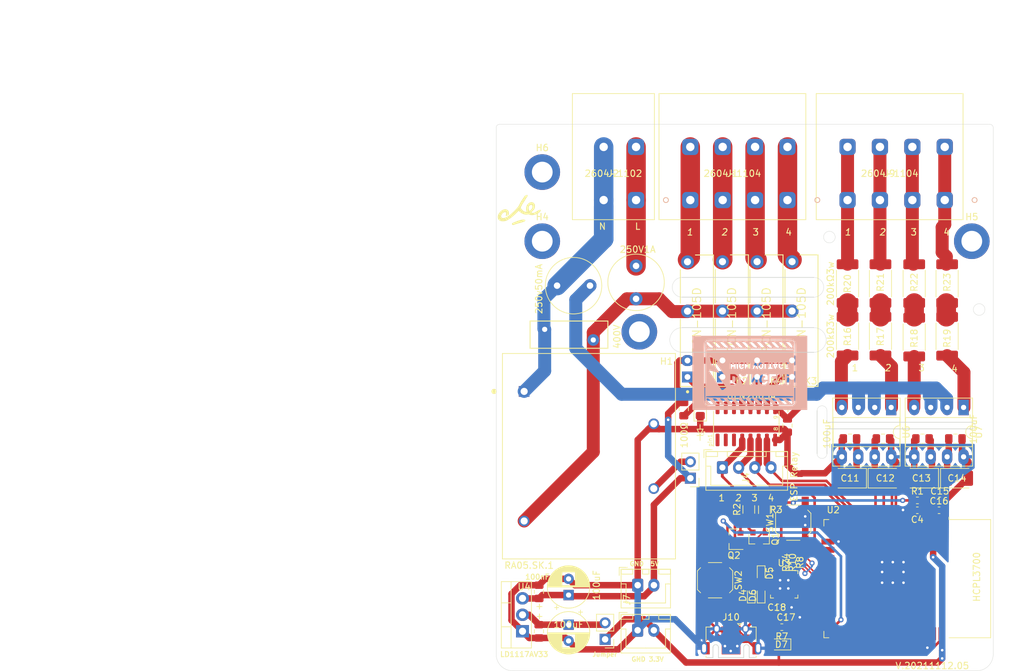
<source format=kicad_pcb>
(kicad_pcb (version 20171130) (host pcbnew "(5.1.12)-1")
  (layers (0 F.Cu signal) (31 B.Cu signal) (34 B.Paste user hide) (35 F.Paste user hide) (36 B.SilkS user) (37 F.SilkS user hide) (38 B.Mask user hide) (39 F.Mask user) (44 Edge.Cuts user))
  (net 0 "")
  (net 1 "220VAC(L)")
  (net 2 "220VAC(N)")
  (net 3 5V+)
  (net 4 3.3V+)
  (net 5 Sens4)
  (net 6 Sens3)
  (net 7 Sens2)
  (net 8 Sens1)
  (net 9 REO4)
  (net 10 REO3)
  (net 11 REO2)
  (net 12 REO1)
  (net 13 "GND(5V)")
  (net 14 REI1)
  (net 15 REI2)
  (net 16 REI3)
  (net 17 REI4)
  (net 18 EspSens1)
  (net 19 EspSens2)
  (net 20 EspSens3)
  (net 21 EspSens4)
  (net 22 EspRel1)
  (net 23 EspRel2)
  (net 24 EspRel3)
  (net 25 EspRel4)
  (net 26 "Net-(100uF_2-Pad1)")
  (net 27 "Net-(R16-Pad2)")
  (net 28 L_IN)
  (net 29 N_IN)
  (net 30 "Net-(D2-Pad2)")
  (net 31 "Net-(J8-Pad2)")
  (net 32 "Net-(R16-Pad1)")
  (net 33 "Net-(R17-Pad2)")
  (net 34 "Net-(R17-Pad1)")
  (net 35 "Net-(R18-Pad2)")
  (net 36 "Net-(R18-Pad1)")
  (net 37 "Net-(R19-Pad2)")
  (net 38 "Net-(R19-Pad1)")
  (net 39 "Net-(H5-Pad1)")
  (net 40 EN)
  (net 41 VDD5V)
  (net 42 D+)
  (net 43 D-)
  (net 44 "Net-(Q1-Pad2)")
  (net 45 RTS)
  (net 46 IO0)
  (net 47 "Net-(Q2-Pad2)")
  (net 48 DTR)
  (net 49 "Net-(R7-Pad1)")
  (net 50 "Net-(R8-Pad2)")
  (net 51 "Net-(R10-Pad2)")
  (net 52 RXD0)
  (net 53 "Net-(R24-Pad2)")
  (net 54 TXD0)
  (net 55 "Net-(D4-Pad2)")
  (module Connector_JST:JST_XH_B4B-XH-A_1x04_P2.50mm_Vertical (layer F.Cu) (at 160.0765 120.3325)
    (fp_text reference J4 (at 3.6322 1.6256 270) (layer F.SilkS))
    (fp_text value "ESP Relays")
    (pad 4 thru_hole oval (at 7.5 0) (size 1.7 1.95) (drill 0.95) (layers *.Cu *.Mask) (net 22 EspRel1))
    (pad 3 thru_hole oval (at 5 0) (size 1.7 1.95) (drill 0.95) (layers *.Cu *.Mask) (net 23 EspRel2))
    (pad 2 thru_hole oval (at 2.5 0) (size 1.7 1.95) (drill 0.95) (layers *.Cu *.Mask) (net 24 EspRel3))
    (pad 1 thru_hole roundrect (at 0 0) (size 1.7 1.95) (drill 0.95) (layers *.Cu *.Mask) (roundrect_rratio 0.147059) (net 25 EspRel4))
  )
  (module Resistor_SMD:R_0603_1608Metric_Pad1.05x0.95mm_HandSolder (layer F.Cu) (at 169.2415 144.9705 180)
    (fp_text reference R7 (at 0 -1.43) (layer F.SilkS))
    (fp_text value 10kΩ)
    (pad 2 smd roundrect (at 0.875 0 180) (size 1.05 0.95) (layers F.Cu F.Paste F.Mask) (net 4 3.3V+))
    (pad 1 smd roundrect (at -0.875 0 180) (size 1.05 0.95) (layers F.Cu F.Paste F.Mask) (net 49 "Net-(R7-Pad1)"))
  )
  (module Diode_SMD:D_SOD-323 (layer F.Cu) (at 169.1345 147.6375 180)
    (fp_text reference D7 (at -0.034 0) (layer F.SilkS))
    (fp_text value BAT60A)
    (pad 2 smd rect (at 1.05 0 180) (size 0.6 0.45) (layers F.Cu F.Paste F.Mask) (net 55 "Net-(D4-Pad2)"))
    (pad 1 smd rect (at -1.05 0 180) (size 0.6 0.45) (layers F.Cu F.Paste F.Mask) (net 41 VDD5V))
  )
  (module Resistor_SMD:R_0201_0603Metric (layer F.Cu) (at 168.8465 134.9985 270)
    (fp_text reference R24 (at 0 -1.05 90) (layer F.SilkS))
    (fp_text value 1kΩ)
    (pad 2 smd roundrect (at 0.32 0 270) (size 0.46 0.4) (layers F.Cu F.Mask) (net 53 "Net-(R24-Pad2)"))
    (pad 1 smd roundrect (at -0.32 0 270) (size 0.46 0.4) (layers F.Cu F.Mask) (net 48 DTR))
  )
  (module Resistor_SMD:R_0201_0603Metric (layer F.Cu) (at 169.8625 134.9985 270)
    (fp_text reference R10 (at 0 -1.05 90) (layer F.SilkS))
    (fp_text value 1kΩ)
    (pad 2 smd roundrect (at 0.32 0 270) (size 0.46 0.4) (layers F.Cu F.Mask) (net 51 "Net-(R10-Pad2)"))
    (pad 1 smd roundrect (at -0.32 0 270) (size 0.46 0.4) (layers F.Cu F.Mask) (net 52 RXD0))
  )
  (module Resistor_SMD:R_0201_0603Metric (layer F.Cu) (at 171.0055 135.0035 270)
    (fp_text reference R8 (at 0 -1.05 90) (layer F.SilkS))
    (fp_text value 1kΩ)
    (pad 2 smd roundrect (at 0.32 0 270) (size 0.46 0.4) (layers F.Cu F.Mask) (net 50 "Net-(R8-Pad2)"))
    (pad 1 smd roundrect (at -0.32 0 270) (size 0.46 0.4) (layers F.Cu F.Mask) (net 45 RTS))
  )
  (module Resistor_SMD:R_0603_1608Metric_Pad1.05x0.95mm_HandSolder (layer F.Cu) (at 190.1685 125.4125)
    (fp_text reference R1 (at 0 -1.43) (layer F.SilkS))
    (fp_text value 10kΩ)
    (pad 2 smd roundrect (at 0.875 0) (size 1.05 0.95) (layers F.Cu F.Paste F.Mask) (net 4 3.3V+))
    (pad 1 smd roundrect (at -0.875 0) (size 1.05 0.95) (layers F.Cu F.Paste F.Mask) (net 40 EN))
  )
  (module Capacitor_SMD:C_0603_1608Metric_Pad1.08x0.95mm_HandSolder (layer F.Cu) (at 168.5925 141.9225)
    (fp_text reference C18 (at -0.127 0) (layer F.SilkS))
    (fp_text value 100nF)
    (pad 2 smd roundrect (at 0.8625 0) (size 1.075 0.95) (layers F.Cu F.Paste F.Mask) (net 13 "GND(5V)"))
    (pad 1 smd roundrect (at -0.8625 0) (size 1.075 0.95) (layers F.Cu F.Paste F.Mask) (net 4 3.3V+))
  )
  (module Capacitor_SMD:C_0603_1608Metric_Pad1.08x0.95mm_HandSolder (layer F.Cu) (at 169.889 143.4465)
    (fp_text reference C17 (at 0 0) (layer F.SilkS))
    (fp_text value 100nF)
    (pad 2 smd roundrect (at 0.8625 0) (size 1.075 0.95) (layers F.Cu F.Paste F.Mask) (net 13 "GND(5V)"))
    (pad 1 smd roundrect (at -0.8625 0) (size 1.075 0.95) (layers F.Cu F.Paste F.Mask) (net 41 VDD5V))
  )
  (module Capacitor_SMD:C_0603_1608Metric_Pad1.08x0.95mm_HandSolder (layer F.Cu) (at 193.511 126.9365)
    (fp_text reference C16 (at 0 -1.43) (layer F.SilkS))
    (fp_text value 100nF)
    (pad 2 smd roundrect (at 0.8625 0) (size 1.075 0.95) (layers F.Cu F.Paste F.Mask) (net 13 "GND(5V)"))
    (pad 1 smd roundrect (at -0.8625 0) (size 1.075 0.95) (layers F.Cu F.Paste F.Mask) (net 4 3.3V+))
  )
  (module Capacitor_SMD:C_0603_1608Metric_Pad1.08x0.95mm_HandSolder (layer F.Cu) (at 193.6115 125.4125)
    (fp_text reference C15 (at 0 -1.43) (layer F.SilkS))
    (fp_text value 22uF)
    (pad 2 smd roundrect (at 0.8625 0) (size 1.075 0.95) (layers F.Cu F.Paste F.Mask) (net 13 "GND(5V)"))
    (pad 1 smd roundrect (at -0.8625 0) (size 1.075 0.95) (layers F.Cu F.Paste F.Mask) (net 4 3.3V+))
  )
  (module Capacitor_Tantalum_SMD:CP_EIA-3528-21_Kemet-B_Pad1.50x2.35mm_HandSolder (layer F.Cu) (at 196.3795 121.9835)
    (fp_text reference C14 (at -0.101 0) (layer F.SilkS))
    (fp_text value 22uF)
    (pad 2 smd roundrect (at 1.625 0) (size 1.5 2.35) (layers F.Cu F.Paste F.Mask) (roundrect_rratio 0.166667) (net 13 "GND(5V)"))
    (pad 1 smd roundrect (at -1.625 0) (size 1.5 2.35) (layers F.Cu F.Paste F.Mask) (roundrect_rratio 0.166667) (net 21 EspSens4))
  )
  (module Capacitor_Tantalum_SMD:CP_EIA-3528-21_Kemet-B_Pad1.50x2.35mm_HandSolder (layer F.Cu) (at 190.7915 121.9835 180)
    (fp_text reference C13 (at 0 0) (layer F.SilkS))
    (fp_text value 22uF)
    (pad 2 smd roundrect (at 1.625 0 180) (size 1.5 2.35) (layers F.Cu F.Paste F.Mask) (roundrect_rratio 0.166667) (net 13 "GND(5V)"))
    (pad 1 smd roundrect (at -1.625 0 180) (size 1.5 2.35) (layers F.Cu F.Paste F.Mask) (roundrect_rratio 0.166667) (net 20 EspSens3))
  )
  (module Capacitor_Tantalum_SMD:CP_EIA-3528-21_Kemet-B_Pad1.50x2.35mm_HandSolder (layer F.Cu) (at 185.2035 121.9835)
    (fp_text reference C12 (at 0 0) (layer F.SilkS))
    (fp_text value 22uF)
    (pad 2 smd roundrect (at 1.625 0) (size 1.5 2.35) (layers F.Cu F.Paste F.Mask) (roundrect_rratio 0.166667) (net 13 "GND(5V)"))
    (pad 1 smd roundrect (at -1.625 0) (size 1.5 2.35) (layers F.Cu F.Paste F.Mask) (roundrect_rratio 0.166667) (net 19 EspSens2))
  )
  (module Capacitor_Tantalum_SMD:CP_EIA-3528-21_Kemet-B_Pad1.50x2.35mm_HandSolder (layer F.Cu) (at 179.6675 121.9835 180)
    (fp_text reference C11 (at -0.101 0) (layer F.SilkS))
    (fp_text value 22uF)
    (pad 2 smd roundrect (at 1.625 0 180) (size 1.5 2.35) (layers F.Cu F.Paste F.Mask) (roundrect_rratio 0.166667) (net 13 "GND(5V)"))
    (pad 1 smd roundrect (at -1.625 0 180) (size 1.5 2.35) (layers F.Cu F.Paste F.Mask) (roundrect_rratio 0.166667) (net 18 EspSens1))
  )
  (module Capacitor_SMD:C_0603_1608Metric_Pad1.08x0.95mm_HandSolder (layer F.Cu) (at 190.156 126.9365 180)
    (fp_text reference C4 (at 0 -1.43) (layer F.SilkS))
    (fp_text value 100nF)
    (pad 2 smd roundrect (at 0.8625 0 180) (size 1.075 0.95) (layers F.Cu F.Paste F.Mask) (net 13 "GND(5V)"))
    (pad 1 smd roundrect (at -0.8625 0 180) (size 1.075 0.95) (layers F.Cu F.Paste F.Mask) (net 40 EN))
  )
  (module Diode_SMD:D_SOD-523 (layer F.Cu) (at 166.0525 140.0825 90)
    (fp_text reference D6 (at 0 -1.3 90) (layer F.SilkS))
    (fp_text value D_TVS)
    (pad 1 smd rect (at -0.7 0 270) (size 0.6 0.7) (layers F.Cu F.Paste F.Mask) (net 13 "GND(5V)"))
    (pad 2 smd rect (at 0.7 0 270) (size 0.6 0.7) (layers F.Cu F.Paste F.Mask) (net 43 D-))
  )
  (module Diode_SMD:D_SOD-523 (layer F.Cu) (at 166.0525 136.6535 270)
    (fp_text reference D5 (at 0 -1.3 90) (layer F.SilkS))
    (fp_text value D_TVS)
    (pad 1 smd rect (at -0.7 0 90) (size 0.6 0.7) (layers F.Cu F.Paste F.Mask) (net 13 "GND(5V)"))
    (pad 2 smd rect (at 0.7 0 90) (size 0.6 0.7) (layers F.Cu F.Paste F.Mask) (net 42 D+))
  )
  (module Diode_SMD:D_SOD-523 (layer F.Cu) (at 164.5285 140.0795 90)
    (fp_text reference D4 (at 0 -1.3 90) (layer F.SilkS))
    (fp_text value D_TVS)
    (pad 1 smd rect (at -0.7 0 270) (size 0.6 0.7) (layers F.Cu F.Paste F.Mask) (net 13 "GND(5V)"))
    (pad 2 smd rect (at 0.7 0 270) (size 0.6 0.7) (layers F.Cu F.Paste F.Mask) (net 55 "Net-(D4-Pad2)"))
  )
  (module Package_TO_SOT_SMD:SOT-23 (layer F.Cu) (at 161.8615 131.3975 180)
    (fp_text reference Q2 (at 0 -2.5) (layer F.SilkS))
    (fp_text value 2N2219)
    (pad 3 smd rect (at 1 0 180) (size 0.9 0.8) (layers F.Cu F.Paste F.Mask) (net 46 IO0))
    (pad 2 smd rect (at -1 0.95 180) (size 0.9 0.8) (layers F.Cu F.Paste F.Mask) (net 47 "Net-(Q2-Pad2)"))
    (pad 1 smd rect (at -1 -0.95 180) (size 0.9 0.8) (layers F.Cu F.Paste F.Mask) (net 48 DTR))
  )
  (module Package_TO_SOT_SMD:SOT-23 (layer F.Cu) (at 165.7375 131.3655 270)
    (fp_text reference Q1 (at 0 -2.5 90) (layer F.SilkS))
    (fp_text value 2N2219)
    (pad 3 smd rect (at 1 0 270) (size 0.9 0.8) (layers F.Cu F.Paste F.Mask) (net 40 EN))
    (pad 2 smd rect (at -1 0.95 270) (size 0.9 0.8) (layers F.Cu F.Paste F.Mask) (net 44 "Net-(Q1-Pad2)"))
    (pad 1 smd rect (at -1 -0.95 270) (size 0.9 0.8) (layers F.Cu F.Paste F.Mask) (net 45 RTS))
  )
  (module RF_Module:ESP32-WROOM-32 (layer F.Cu) (at 185.6105 137.4865 270)
    (fp_text reference U2 (at -10.61 8.43) (layer F.SilkS))
    (fp_text value ESP32-WROOM-32D)
    (pad 38 smd rect (at 8.5 -8.255 270) (size 2 0.9) (layers F.Cu F.Paste F.Mask) (net 13 "GND(5V)"))
    (pad 37 smd rect (at 8.5 -6.985 270) (size 2 0.9) (layers F.Cu F.Paste F.Mask))
    (pad 36 smd rect (at 8.5 -5.715 270) (size 2 0.9) (layers F.Cu F.Paste F.Mask))
    (pad 35 smd rect (at 8.5 -4.445 270) (size 2 0.9) (layers F.Cu F.Paste F.Mask) (net 54 TXD0))
    (pad 34 smd rect (at 8.5 -3.175 270) (size 2 0.9) (layers F.Cu F.Paste F.Mask) (net 52 RXD0))
    (pad 33 smd rect (at 8.5 -1.905 270) (size 2 0.9) (layers F.Cu F.Paste F.Mask))
    (pad 32 smd rect (at 8.5 -0.635 270) (size 2 0.9) (layers F.Cu F.Paste F.Mask))
    (pad 31 smd rect (at 8.5 0.635 270) (size 2 0.9) (layers F.Cu F.Paste F.Mask))
    (pad 30 smd rect (at 8.5 1.905 270) (size 2 0.9) (layers F.Cu F.Paste F.Mask))
    (pad 29 smd rect (at 8.5 3.175 270) (size 2 0.9) (layers F.Cu F.Paste F.Mask))
    (pad 28 smd rect (at 8.5 4.445 270) (size 2 0.9) (layers F.Cu F.Paste F.Mask))
    (pad 27 smd rect (at 8.5 5.715 270) (size 2 0.9) (layers F.Cu F.Paste F.Mask))
    (pad 26 smd rect (at 8.5 6.985 270) (size 2 0.9) (layers F.Cu F.Paste F.Mask))
    (pad 25 smd rect (at 8.5 8.255 270) (size 2 0.9) (layers F.Cu F.Paste F.Mask) (net 46 IO0))
    (pad 24 smd rect (at 5.715 9.255) (size 2 0.9) (layers F.Cu F.Paste F.Mask))
    (pad 23 smd rect (at 4.445 9.255) (size 2 0.9) (layers F.Cu F.Paste F.Mask))
    (pad 22 smd rect (at 3.175 9.255) (size 2 0.9) (layers F.Cu F.Paste F.Mask))
    (pad 21 smd rect (at 1.905 9.255) (size 2 0.9) (layers F.Cu F.Paste F.Mask))
    (pad 20 smd rect (at 0.635 9.255) (size 2 0.9) (layers F.Cu F.Paste F.Mask))
    (pad 19 smd rect (at -0.635 9.255) (size 2 0.9) (layers F.Cu F.Paste F.Mask))
    (pad 18 smd rect (at -1.905 9.255) (size 2 0.9) (layers F.Cu F.Paste F.Mask))
    (pad 17 smd rect (at -3.175 9.255) (size 2 0.9) (layers F.Cu F.Paste F.Mask))
    (pad 16 smd rect (at -4.445 9.255) (size 2 0.9) (layers F.Cu F.Paste F.Mask) (net 25 EspRel4))
    (pad 15 smd rect (at -5.715 9.255) (size 2 0.9) (layers F.Cu F.Paste F.Mask) (net 13 "GND(5V)"))
    (pad 14 smd rect (at -8.5 8.255 270) (size 2 0.9) (layers F.Cu F.Paste F.Mask))
    (pad 13 smd rect (at -8.5 6.985 270) (size 2 0.9) (layers F.Cu F.Paste F.Mask))
    (pad 12 smd rect (at -8.5 5.715 270) (size 2 0.9) (layers F.Cu F.Paste F.Mask) (net 24 EspRel3))
    (pad 11 smd rect (at -8.5 4.445 270) (size 2 0.9) (layers F.Cu F.Paste F.Mask) (net 23 EspRel2))
    (pad 10 smd rect (at -8.5 3.175 270) (size 2 0.9) (layers F.Cu F.Paste F.Mask) (net 22 EspRel1))
    (pad 9 smd rect (at -8.5 1.905 270) (size 2 0.9) (layers F.Cu F.Paste F.Mask) (net 18 EspSens1))
    (pad 8 smd rect (at -8.5 0.635 270) (size 2 0.9) (layers F.Cu F.Paste F.Mask) (net 19 EspSens2))
    (pad 7 smd rect (at -8.5 -0.635 270) (size 2 0.9) (layers F.Cu F.Paste F.Mask) (net 20 EspSens3))
    (pad 6 smd rect (at -8.5 -1.905 270) (size 2 0.9) (layers F.Cu F.Paste F.Mask) (net 21 EspSens4))
    (pad 5 smd rect (at -8.5 -3.175 270) (size 2 0.9) (layers F.Cu F.Paste F.Mask))
    (pad 4 smd rect (at -8.5 -4.445 270) (size 2 0.9) (layers F.Cu F.Paste F.Mask))
    (pad 3 smd rect (at -8.5 -5.715 270) (size 2 0.9) (layers F.Cu F.Paste F.Mask) (net 40 EN))
    (pad 2 smd rect (at -8.5 -6.985 270) (size 2 0.9) (layers F.Cu F.Paste F.Mask) (net 4 3.3V+))
    (pad 1 smd rect (at -8.5 -8.255 270) (size 2 0.9) (layers F.Cu F.Paste F.Mask) (net 13 "GND(5V)"))
    (pad 39 smd rect (at -1 -0.755 270) (size 5 5) (layers F.Cu F.Paste F.Mask) (net 13 "GND(5V)"))
  )
  (module Package_DFN_QFN:QFN-24-1EP_4x4mm_P0.5mm_EP2.6x2.6mm (layer F.Cu) (at 169.6085 138.3665)
    (fp_text reference U3 (at 0 -3.3) (layer F.SilkS))
    (fp_text value CP2102N-A01-GQFN24)
    (pad 25 smd rect (at 0 0) (size 2.6 2.6) (layers F.Cu F.Mask) (net 13 "GND(5V)"))
    (pad 24 smd roundrect (at -1.25 -1.9375) (size 0.25 0.825) (layers F.Cu F.Paste F.Mask))
    (pad 23 smd roundrect (at -0.75 -1.9375) (size 0.25 0.825) (layers F.Cu F.Paste F.Mask) (net 53 "Net-(R24-Pad2)"))
    (pad 22 smd roundrect (at -0.25 -1.9375) (size 0.25 0.825) (layers F.Cu F.Paste F.Mask))
    (pad 21 smd roundrect (at 0.25 -1.9375) (size 0.25 0.825) (layers F.Cu F.Paste F.Mask) (net 51 "Net-(R10-Pad2)"))
    (pad 20 smd roundrect (at 0.75 -1.9375) (size 0.25 0.825) (layers F.Cu F.Paste F.Mask) (net 54 TXD0))
    (pad 19 smd roundrect (at 1.25 -1.9375) (size 0.25 0.825) (layers F.Cu F.Paste F.Mask) (net 50 "Net-(R8-Pad2)"))
    (pad 18 smd roundrect (at 1.9375 -1.25) (size 0.825 0.25) (layers F.Cu F.Paste F.Mask))
    (pad 17 smd roundrect (at 1.9375 -0.75) (size 0.825 0.25) (layers F.Cu F.Paste F.Mask))
    (pad 16 smd roundrect (at 1.9375 -0.25) (size 0.825 0.25) (layers F.Cu F.Paste F.Mask))
    (pad 15 smd roundrect (at 1.9375 0.25) (size 0.825 0.25) (layers F.Cu F.Paste F.Mask))
    (pad 14 smd roundrect (at 1.9375 0.75) (size 0.825 0.25) (layers F.Cu F.Paste F.Mask))
    (pad 13 smd roundrect (at 1.9375 1.25) (size 0.825 0.25) (layers F.Cu F.Paste F.Mask))
    (pad 12 smd roundrect (at 1.25 1.9375) (size 0.25 0.825) (layers F.Cu F.Paste F.Mask))
    (pad 11 smd roundrect (at 0.75 1.9375) (size 0.25 0.825) (layers F.Cu F.Paste F.Mask))
    (pad 10 smd roundrect (at 0.25 1.9375) (size 0.25 0.825) (layers F.Cu F.Paste F.Mask))
    (pad 9 smd roundrect (at -0.25 1.9375) (size 0.25 0.825) (layers F.Cu F.Paste F.Mask) (net 49 "Net-(R7-Pad1)"))
    (pad 8 smd roundrect (at -0.75 1.9375) (size 0.25 0.825) (layers F.Cu F.Paste F.Mask) (net 41 VDD5V))
    (pad 7 smd roundrect (at -1.25 1.9375) (size 0.25 0.825) (layers F.Cu F.Paste F.Mask) (net 4 3.3V+))
    (pad 6 smd roundrect (at -1.9375 1.25) (size 0.825 0.25) (layers F.Cu F.Paste F.Mask) (net 4 3.3V+))
    (pad 5 smd roundrect (at -1.9375 0.75) (size 0.825 0.25) (layers F.Cu F.Paste F.Mask) (net 4 3.3V+))
    (pad 4 smd roundrect (at -1.9375 0.25) (size 0.825 0.25) (layers F.Cu F.Paste F.Mask) (net 43 D-))
    (pad 3 smd roundrect (at -1.9375 -0.25) (size 0.825 0.25) (layers F.Cu F.Paste F.Mask) (net 42 D+))
    (pad 2 smd roundrect (at -1.9375 -0.75) (size 0.825 0.25) (layers F.Cu F.Paste F.Mask) (net 13 "GND(5V)"))
    (pad 1 smd roundrect (at -1.9375 -1.25) (size 0.825 0.25) (layers F.Cu F.Paste F.Mask))
  )
  (module Button_Switch_SMD:SW_SPST_SKQG_WithStem (layer F.Cu) (at 158.9405 137.7315 270)
    (fp_text reference SW2 (at 0 -3.6 90) (layer F.SilkS))
    (fp_text value IO0-Switch)
    (pad 2 smd rect (at 3.1 1.85 270) (size 1.8 1.1) (layers F.Cu F.Paste F.Mask) (net 13 "GND(5V)"))
    (pad 2 smd rect (at -3.1 1.85 270) (size 1.8 1.1) (layers F.Cu F.Paste F.Mask) (net 13 "GND(5V)"))
    (pad 1 smd rect (at 3.1 -1.85 270) (size 1.8 1.1) (layers F.Cu F.Paste F.Mask) (net 46 IO0))
    (pad 1 smd rect (at -3.1 -1.85 270) (size 1.8 1.1) (layers F.Cu F.Paste F.Mask) (net 46 IO0))
  )
  (module Button_Switch_SMD:SW_SPST_SKQG_WithStem (layer F.Cu) (at 171.0055 128.8415 90)
    (fp_text reference SW1 (at 0 -3.6 90) (layer F.SilkS))
    (fp_text value EN-Switch)
    (pad 2 smd rect (at 3.1 1.85 90) (size 1.8 1.1) (layers F.Cu F.Paste F.Mask) (net 13 "GND(5V)"))
    (pad 2 smd rect (at -3.1 1.85 90) (size 1.8 1.1) (layers F.Cu F.Paste F.Mask) (net 13 "GND(5V)"))
    (pad 1 smd rect (at 3.1 -1.85 90) (size 1.8 1.1) (layers F.Cu F.Paste F.Mask) (net 40 EN))
    (pad 1 smd rect (at -3.1 -1.85 90) (size 1.8 1.1) (layers F.Cu F.Paste F.Mask) (net 40 EN))
  )
  (module Resistor_SMD:R_1206_3216Metric_Pad1.42x1.75mm_HandSolder (layer F.Cu) (at 166.5605 126.846 270)
    (fp_text reference R3 (at 0 -1.82 180) (layer F.SilkS))
    (fp_text value 10kΩ)
    (pad 2 smd roundrect (at 1.4875 0 270) (size 1.425 1.75) (layers F.Cu F.Paste F.Mask) (roundrect_rratio 0.175439) (net 45 RTS))
    (pad 1 smd roundrect (at -1.4875 0 270) (size 1.425 1.75) (layers F.Cu F.Paste F.Mask) (roundrect_rratio 0.175439) (net 47 "Net-(Q2-Pad2)"))
  )
  (module Resistor_SMD:R_1206_3216Metric_Pad1.42x1.75mm_HandSolder (layer F.Cu) (at 164.1475 126.8095 90)
    (fp_text reference R2 (at 0 -1.82 90) (layer F.SilkS))
    (fp_text value 10kΩ)
    (pad 2 smd roundrect (at 1.4875 0 90) (size 1.425 1.75) (layers F.Cu F.Paste F.Mask) (roundrect_rratio 0.175439) (net 48 DTR))
    (pad 1 smd roundrect (at -1.4875 0 90) (size 1.425 1.75) (layers F.Cu F.Paste F.Mask) (roundrect_rratio 0.175439) (net 44 "Net-(Q1-Pad2)"))
  )
  (module Connector_USB:USB_Micro-AB_Molex_47590-0001 (layer F.Cu) (at 161.4145 148.2245)
    (fp_text reference J10 (at 0 -4.8 180) (layer F.SilkS))
    (fp_text value USB_B_Micro)
    (fp_line (start -3.75 1.45) (end -2.8 1.45) (layer Edge.Cuts) (width 0.1))
    (fp_line (start -2.8 -0.125) (end -2.8 1.45) (layer Edge.Cuts) (width 0.1))
    (fp_line (start -1.95 -0.125) (end -1.95 1.45) (layer Edge.Cuts) (width 0.1))
    (fp_line (start -1.95 1.45) (end 1.95 1.45) (layer Edge.Cuts) (width 0.1))
    (fp_line (start 1.95 -0.125) (end 1.95 1.45) (layer Edge.Cuts) (width 0.1))
    (fp_line (start 2.8 -0.125) (end 2.8 1.45) (layer Edge.Cuts) (width 0.1))
    (fp_line (start 2.8 1.45) (end 3.75 1.45) (layer Edge.Cuts) (width 0.1))
    (fp_arc (start -2.375 -0.125) (end -2.8 -0.125) (angle 180) (layer Edge.Cuts) (width 0.1))
    (fp_arc (start 2.375 -0.125) (end 1.95 -0.125) (angle 180) (layer Edge.Cuts) (width 0.1))
    (pad 6 smd rect (at -3.7375 0) (size 0.875 1.9) (layers F.Cu F.Mask) (net 13 "GND(5V)"))
    (pad 6 smd rect (at 3.7375 0) (size 0.875 1.9) (layers F.Cu F.Mask) (net 13 "GND(5V)"))
    (pad 6 smd rect (at 0 0) (size 2.9 1.9) (layers F.Cu F.Paste F.Mask) (net 13 "GND(5V)"))
    (pad 2 smd rect (at 0.65 -2.675) (size 0.4 1.35) (layers F.Cu F.Paste F.Mask) (net 43 D-))
    (pad 6 thru_hole oval (at 4.175 0) (size 1 1.9) (drill oval 0.6 1.3) (layers *.Cu *.Mask) (net 13 "GND(5V)"))
    (pad 6 thru_hole oval (at -4.175 0) (size 1 1.9) (drill oval 0.6 1.3) (layers *.Cu *.Mask) (net 13 "GND(5V)"))
    (pad 6 thru_hole oval (at 2.225 -3) (size 1.05 1.25) (drill oval 0.65 0.85) (layers *.Cu *.Mask) (net 13 "GND(5V)"))
    (pad 1 smd rect (at 1.3 -2.675) (size 0.4 1.35) (layers F.Cu F.Paste F.Mask) (net 55 "Net-(D4-Pad2)"))
    (pad 3 smd rect (at 0 -2.675) (size 0.4 1.35) (layers F.Cu F.Paste F.Mask) (net 42 D+))
    (pad 4 smd rect (at -0.65 -2.675) (size 0.4 1.35) (layers F.Cu F.Paste F.Mask))
    (pad 5 smd rect (at -1.3 -2.675) (size 0.4 1.35) (layers F.Cu F.Paste F.Mask) (net 13 "GND(5V)"))
    (pad 6 thru_hole oval (at -2.225 -3) (size 1.05 1.25) (drill oval 0.65 0.85) (layers *.Cu *.Mask) (net 13 "GND(5V)"))
  )
  (module Package_DIP:DIP-8_W7.62mm_Socket_LongPads (layer F.Cu) (at 197.2945 111.0615 270)
    (fp_text reference U7 (at 3.81 -2.33 90) (layer F.SilkS))
    (fp_text value LDA210-PDIP)
    (pad 8 thru_hole oval (at 7.62 0 270) (size 2.4 1.6) (drill 0.8) (layers *.Cu *.Mask) (net 13 "GND(5V)"))
    (pad 4 thru_hole oval (at 0 7.62 270) (size 2.4 1.6) (drill 0.8) (layers *.Cu *.Mask) (net 35 "Net-(R18-Pad2)"))
    (pad 7 thru_hole oval (at 7.62 2.54 270) (size 2.4 1.6) (drill 0.8) (layers *.Cu *.Mask) (net 21 EspSens4))
    (pad 3 thru_hole oval (at 0 5.08 270) (size 2.4 1.6) (drill 0.8) (layers *.Cu *.Mask) (net 2 "220VAC(N)"))
    (pad 6 thru_hole oval (at 7.62 5.08 270) (size 2.4 1.6) (drill 0.8) (layers *.Cu *.Mask) (net 20 EspSens3))
    (pad 2 thru_hole oval (at 0 2.54 270) (size 2.4 1.6) (drill 0.8) (layers *.Cu *.Mask) (net 2 "220VAC(N)"))
    (pad 5 thru_hole oval (at 7.62 7.62 270) (size 2.4 1.6) (drill 0.8) (layers *.Cu *.Mask) (net 13 "GND(5V)"))
    (pad 1 thru_hole rect (at 0 0 270) (size 2.4 1.6) (drill 0.8) (layers *.Cu *.Mask) (net 37 "Net-(R19-Pad2)"))
  )
  (module Package_DIP:DIP-8_W7.62mm_Socket_LongPads (layer F.Cu) (at 186.1185 111.0615 270)
    (fp_text reference U6 (at 3.81 -2.33 90) (layer F.SilkS))
    (fp_text value LDA210-PDIP)
    (pad 8 thru_hole oval (at 7.62 0 270) (size 2.4 1.6) (drill 0.8) (layers *.Cu *.Mask) (net 13 "GND(5V)"))
    (pad 4 thru_hole oval (at 0 7.62 270) (size 2.4 1.6) (drill 0.8) (layers *.Cu *.Mask) (net 27 "Net-(R16-Pad2)"))
    (pad 7 thru_hole oval (at 7.62 2.54 270) (size 2.4 1.6) (drill 0.8) (layers *.Cu *.Mask) (net 19 EspSens2))
    (pad 3 thru_hole oval (at 0 5.08 270) (size 2.4 1.6) (drill 0.8) (layers *.Cu *.Mask) (net 2 "220VAC(N)"))
    (pad 6 thru_hole oval (at 7.62 5.08 270) (size 2.4 1.6) (drill 0.8) (layers *.Cu *.Mask) (net 18 EspSens1))
    (pad 2 thru_hole oval (at 0 2.54 270) (size 2.4 1.6) (drill 0.8) (layers *.Cu *.Mask) (net 2 "220VAC(N)"))
    (pad 5 thru_hole oval (at 7.62 7.62 270) (size 2.4 1.6) (drill 0.8) (layers *.Cu *.Mask) (net 13 "GND(5V)"))
    (pad 1 thru_hole rect (at 0 0 270) (size 2.4 1.6) (drill 0.8) (layers *.Cu *.Mask) (net 33 "Net-(R17-Pad2)"))
  )
  (module Resistor_SMD:R_2512_6332Metric_Pad1.52x3.35mm_HandSolder (layer F.Cu) (at 194.7545 91.951 270)
    (fp_text reference R23 (at -0.1935 0 90) (layer F.SilkS))
    (fp_text value 200kΩ3w)
    (pad 2 smd roundrect (at 2.9875 0 270) (size 1.525 3.35) (layers F.Cu F.Paste F.Mask) (roundrect_rratio 0.163934) (net 38 "Net-(R19-Pad1)"))
    (pad 1 smd roundrect (at -2.9875 0 270) (size 1.525 3.35) (layers F.Cu F.Paste F.Mask) (roundrect_rratio 0.163934) (net 5 Sens4))
  )
  (module Resistor_SMD:R_2512_6332Metric_Pad1.52x3.35mm_HandSolder (layer F.Cu) (at 189.6745 91.951 270)
    (fp_text reference R22 (at -0.1935 0 90) (layer F.SilkS))
    (fp_text value 200kΩ3w)
    (pad 2 smd roundrect (at 2.9875 0 270) (size 1.525 3.35) (layers F.Cu F.Paste F.Mask) (roundrect_rratio 0.163934) (net 36 "Net-(R18-Pad1)"))
    (pad 1 smd roundrect (at -2.9875 0 270) (size 1.525 3.35) (layers F.Cu F.Paste F.Mask) (roundrect_rratio 0.163934) (net 6 Sens3))
  )
  (module Resistor_SMD:R_2512_6332Metric_Pad1.52x3.35mm_HandSolder (layer F.Cu) (at 194.7545 100.079 270)
    (fp_text reference R19 (at 0.3145 0 90) (layer F.SilkS))
    (fp_text value 200kΩ3w)
    (pad 2 smd roundrect (at 2.9875 0 270) (size 1.525 3.35) (layers F.Cu F.Paste F.Mask) (roundrect_rratio 0.163934) (net 37 "Net-(R19-Pad2)"))
    (pad 1 smd roundrect (at -2.9875 0 270) (size 1.525 3.35) (layers F.Cu F.Paste F.Mask) (roundrect_rratio 0.163934) (net 38 "Net-(R19-Pad1)"))
  )
  (module Resistor_SMD:R_2512_6332Metric_Pad1.52x3.35mm_HandSolder (layer F.Cu) (at 189.6745 100.206 270)
    (fp_text reference R18 (at 0.1875 0 90) (layer F.SilkS))
    (fp_text value 200kΩ3w)
    (pad 2 smd roundrect (at 2.9875 0 270) (size 1.525 3.35) (layers F.Cu F.Paste F.Mask) (roundrect_rratio 0.163934) (net 35 "Net-(R18-Pad2)"))
    (pad 1 smd roundrect (at -2.9875 0 270) (size 1.525 3.35) (layers F.Cu F.Paste F.Mask) (roundrect_rratio 0.163934) (net 36 "Net-(R18-Pad1)"))
  )
  (module Capacitor_SMD:C_0805_2012Metric_Pad1.15x1.40mm_HandSolder (layer F.Cu) (at 196.0335 115.8875)
    (fp_text reference C10 hide)
    (fp_text value 100uF (at 2.803 -1.524 90) (layer F.SilkS))
    (pad 2 smd roundrect (at 1.025 0) (size 1.15 1.4) (layers F.Cu F.Paste F.Mask) (roundrect_rratio 0.217391) (net 13 "GND(5V)"))
    (pad 1 smd roundrect (at -1.025 0) (size 1.15 1.4) (layers F.Cu F.Paste F.Mask) (roundrect_rratio 0.217391) (net 21 EspSens4))
  )
  (module Capacitor_SMD:C_0805_2012Metric_Pad1.15x1.40mm_HandSolder (layer F.Cu) (at 190.9535 115.8875 180)
    (fp_text reference C9 hide)
    (fp_text value 100uF)
    (pad 2 smd roundrect (at 1.025 0 180) (size 1.15 1.4) (layers F.Cu F.Paste F.Mask) (roundrect_rratio 0.217391) (net 13 "GND(5V)"))
    (pad 1 smd roundrect (at -1.025 0 180) (size 1.15 1.4) (layers F.Cu F.Paste F.Mask) (roundrect_rratio 0.217391) (net 20 EspSens3))
  )
  (module Capacitor_SMD:C_0805_2012Metric_Pad1.15x1.40mm_HandSolder (layer F.Cu) (at 184.8575 115.8875)
    (fp_text reference C8 hide)
    (fp_text value 100uF)
    (pad 2 smd roundrect (at 1.025 0) (size 1.15 1.4) (layers F.Cu F.Paste F.Mask) (roundrect_rratio 0.217391) (net 13 "GND(5V)"))
    (pad 1 smd roundrect (at -1.025 0) (size 1.15 1.4) (layers F.Cu F.Paste F.Mask) (roundrect_rratio 0.217391) (net 19 EspSens2))
  )
  (module Capacitor_SMD:C_0805_2012Metric_Pad1.15x1.40mm_HandSolder (layer F.Cu) (at 179.7595 115.8875 180)
    (fp_text reference C7 hide)
    (fp_text value 100uF (at 3.547 0.762 270) (layer F.SilkS))
    (pad 2 smd roundrect (at 1.025 0 180) (size 1.15 1.4) (layers F.Cu F.Paste F.Mask) (roundrect_rratio 0.217391) (net 13 "GND(5V)"))
    (pad 1 smd roundrect (at -1.025 0 180) (size 1.15 1.4) (layers F.Cu F.Paste F.Mask) (roundrect_rratio 0.217391) (net 18 EspSens1))
  )
  (module MountingHole:MountingHole_3.2mm_M3_ISO14580_Pad (layer F.Cu) (at 132.2705 74.7395)
    (fp_text reference H6 (at 0 -3.75) (layer F.SilkS))
    (fp_text value MountingHole_Pad)
    (pad 1 thru_hole circle (at 0 0) (size 5.5 5.5) (drill 3.2) (layers *.Cu *.Mask))
  )
  (module MountingHole:MountingHole_3.2mm_M3_ISO14580_Pad (layer F.Cu) (at 198.5645 85.4075)
    (fp_text reference H5 (at 0 -3.75) (layer F.SilkS))
    (fp_text value MountingHole_Pad)
    (pad 1 thru_hole circle (at 0 0) (size 5.5 5.5) (drill 3.2) (layers *.Cu *.Mask) (net 39 "Net-(H5-Pad1)"))
  )
  (module MountingHole:MountingHole_3.2mm_M3_ISO14580_Pad (layer F.Cu) (at 132.2705 85.4075)
    (fp_text reference H4 (at 0 -3.75) (layer F.SilkS))
    (fp_text value MountingHole_Pad)
    (pad 1 thru_hole circle (at 0 0) (size 5.5 5.5) (drill 3.2) (layers *.Cu *.Mask))
  )
  (module wago-2604-1104:big_pads_2604-1104 (layer F.Cu) (at 194.3875 79.0575 180)
    (fp_text reference J9 (at 8.499998 4.099999) (layer F.SilkS))
    (fp_text value 2604-1104 (at 8.499998 4.099999) (layer F.SilkS))
    (fp_text user * (at 0 0) (layer F.SilkS))
    (pad 1 thru_hole roundrect (at 0 0 180) (size 2.5 2.5) (drill 1.2954) (layers *.Cu *.Mask) (net 5 Sens4))
    (pad 3 thru_hole roundrect (at 5 0 180) (size 2.5 2.5) (drill 1.2954) (layers *.Cu *.Mask) (net 6 Sens3))
    (pad 5 thru_hole roundrect (at 10 0 180) (size 2.5 2.5) (drill 1.2954) (layers *.Cu *.Mask) (net 7 Sens2))
    (pad 7 thru_hole roundrect (at 15 0 180) (size 2.5 2.5) (drill 1.2954) (layers *.Cu *.Mask) (net 8 Sens1))
    (pad 2 thru_hole roundrect (at 0 8.199999 180) (size 2.5 2.5) (drill 1.2954) (layers *.Cu *.Mask) (net 5 Sens4))
    (pad 4 thru_hole roundrect (at 5 8.199999 180) (size 2.5 2.5) (drill 1.2954) (layers *.Cu *.Mask) (net 6 Sens3))
    (pad 6 thru_hole roundrect (at 10 8.199999 180) (size 2.5 2.5) (drill 1.2954) (layers *.Cu *.Mask) (net 7 Sens2))
    (pad 8 thru_hole roundrect (at 15 8.199999 180) (size 2.5 2.5) (drill 1.2954) (layers *.Cu *.Mask) (net 8 Sens1))
  )
  (module wago-2604-1102:big_pads_2604-1102 (layer F.Cu) (at 146.7485 79.0575 180)
    (fp_text reference J2 (at 3.499998 4.099999) (layer F.SilkS))
    (fp_text value 2604-1102 (at 3.499998 4.099999) (layer F.SilkS))
    (fp_text user * (at 0 0) (layer F.SilkS))
    (pad 1 thru_hole roundrect (at 0 0 180) (size 2.5 2.5) (drill 1.2954) (layers *.Cu *.Mask) (net 28 L_IN))
    (pad 3 thru_hole roundrect (at 5 0 180) (size 2.5 2.5) (drill 1.2954) (layers *.Cu *.Mask) (net 29 N_IN))
    (pad 2 thru_hole roundrect (at 0 8.199999 180) (size 2.5 2.5) (drill 1.2954) (layers *.Cu *.Mask) (net 28 L_IN))
    (pad 4 thru_hole roundrect (at 5 8.199999 180) (size 2.5 2.5) (drill 1.2954) (layers *.Cu *.Mask) (net 29 N_IN))
  )
  (module wago-2604-1104:big_pads_2604-1104 (layer F.Cu) (at 170.1165 79.0575 180)
    (fp_text reference J1 (at 8.499998 4.099999) (layer F.SilkS))
    (fp_text value 2604-1104 (at 8.499998 4.099999) (layer F.SilkS))
    (fp_text user * (at 0 0) (layer F.SilkS))
    (pad 1 thru_hole roundrect (at 0 0 180) (size 2.5 2.5) (drill 1.2954) (layers *.Cu *.Mask) (net 9 REO4))
    (pad 3 thru_hole roundrect (at 5 0 180) (size 2.5 2.5) (drill 1.2954) (layers *.Cu *.Mask) (net 10 REO3))
    (pad 5 thru_hole roundrect (at 10 0 180) (size 2.5 2.5) (drill 1.2954) (layers *.Cu *.Mask) (net 11 REO2))
    (pad 7 thru_hole roundrect (at 15 0 180) (size 2.5 2.5) (drill 1.2954) (layers *.Cu *.Mask) (net 12 REO1))
    (pad 2 thru_hole roundrect (at 0 8.199999 180) (size 2.5 2.5) (drill 1.2954) (layers *.Cu *.Mask) (net 9 REO4))
    (pad 4 thru_hole roundrect (at 5 8.199999 180) (size 2.5 2.5) (drill 1.2954) (layers *.Cu *.Mask) (net 10 REO3))
    (pad 6 thru_hole roundrect (at 10 8.199999 180) (size 2.5 2.5) (drill 1.2954) (layers *.Cu *.Mask) (net 11 REO2))
    (pad 8 thru_hole roundrect (at 15 8.199999 180) (size 2.5 2.5) (drill 1.2954) (layers *.Cu *.Mask) (net 12 REO1))
  )
  (module PCN:bigpads_TE_Connectivity-PCN-124D (layer F.Cu) (at 156.136 97.682499 90)
    (fp_text reference K1 (at -9.315001 2.2965) (layer F.SilkS) (effects (justify right)))
    (fp_text value PCN-105D (at 0 0 90) (layer F.SilkS) (effects (font (size 1.27 1.27))))
    (pad A1 thru_hole rect (at -8.680001 -1.45 90) (size 1.7 1.7) (drill 0.9) (layers *.Cu *.Mask) (net 14 REI1))
    (pad A2 thru_hole oval (at -6.140001 -1.45 90) (size 1.7 1.95) (drill 0.9) (layers *.Cu *.Mask) (net 3 5V+))
    (pad 14 thru_hole circle (at 1.479999 -1.45 90) (size 2 2) (drill 1.1) (layers *.Cu *.Mask) (net 1 "220VAC(L)"))
    (pad 11 thru_hole circle (at 9.099999 -1.45 90) (size 2 2) (drill 1.1) (layers *.Cu *.Mask) (net 12 REO1))
  )
  (module PCN:bigpads_TE_Connectivity-PCN-124D (layer F.Cu) (at 172.2755 97.663 90)
    (fp_text reference K3 (at -9.3345 0.381 180) (layer F.SilkS) (effects (justify left)))
    (fp_text value PCN-105D (at 0 0 90) (layer F.SilkS) (effects (font (size 1.27 1.27))))
    (pad A1 thru_hole rect (at -8.680001 -1.45 90) (size 1.7 1.7) (drill 0.9) (layers *.Cu *.Mask) (net 17 REI4))
    (pad A2 thru_hole circle (at -6.140001 -1.45 90) (size 1.7 1.7) (drill 0.9) (layers *.Cu *.Mask) (net 3 5V+))
    (pad 14 thru_hole circle (at 1.479999 -1.45 90) (size 2 2) (drill 1.1) (layers *.Cu *.Mask) (net 1 "220VAC(L)"))
    (pad 11 thru_hole circle (at 9.099999 -1.45 90) (size 2 2) (drill 1.1) (layers *.Cu *.Mask) (net 9 REO4))
  )
  (module PCN:bigpads_TE_Connectivity-PCN-124D (layer F.Cu) (at 166.878 97.663 90)
    (fp_text reference K4 (at -9.3345 0.4445 180) (layer F.SilkS) (effects (justify left)))
    (fp_text value PCN-105D (at 0 0 90) (layer F.SilkS) (effects (font (size 1.27 1.27))))
    (pad A1 thru_hole rect (at -8.680001 -1.45 90) (size 1.7 1.7) (drill 0.9) (layers *.Cu *.Mask) (net 16 REI3))
    (pad A2 thru_hole circle (at -6.140001 -1.45 90) (size 1.7 1.7) (drill 0.9) (layers *.Cu *.Mask) (net 3 5V+))
    (pad 14 thru_hole circle (at 1.479999 -1.45 90) (size 2 2) (drill 1.1) (layers *.Cu *.Mask) (net 1 "220VAC(L)"))
    (pad 11 thru_hole circle (at 9.099999 -1.45 90) (size 2 2) (drill 1.1) (layers *.Cu *.Mask) (net 10 REO3))
  )
  (module PCN:bigpads_TE_Connectivity-PCN-124D (layer F.Cu) (at 161.5335 97.663 90)
    (fp_text reference K2 (at -9.3345 0.455 180) (layer F.SilkS) (effects (justify left)))
    (fp_text value PCN-105D (at 0 0 90) (layer F.SilkS) (effects (font (size 1.27 1.27))))
    (pad A1 thru_hole rect (at -8.680001 -1.45 90) (size 1.7 1.7) (drill 0.9) (layers *.Cu *.Mask) (net 15 REI2))
    (pad A2 thru_hole circle (at -6.140001 -1.45 90) (size 1.7 1.7) (drill 0.9) (layers *.Cu *.Mask) (net 3 5V+))
    (pad 14 thru_hole circle (at 1.479999 -1.45 90) (size 2 2) (drill 1.1) (layers *.Cu *.Mask) (net 1 "220VAC(L)"))
    (pad 11 thru_hole circle (at 9.099999 -1.45 90) (size 2 2) (drill 1.1) (layers *.Cu *.Mask) (net 11 REO2))
  )
  (module Capacitor_SMD:C_0805_2012Metric_Pad1.15x1.40mm_HandSolder (layer F.Cu) (at 131.7625 139.5185 90)
    (fp_text reference C2)
    (fp_text value 100nF (at 2.295 -0.254 180) (layer F.SilkS) (effects (font (size 0.8 0.8))))
    (fp_text user + (at -2.277 0 270) (layer F.SilkS))
    (pad 2 smd roundrect (at 1.025 0 90) (size 1.15 1.4) (layers F.Cu F.Paste F.Mask) (roundrect_rratio 0.217391) (net 13 "GND(5V)"))
    (pad 1 smd roundrect (at -1.025 0 90) (size 1.15 1.4) (layers F.Cu F.Paste F.Mask) (roundrect_rratio 0.217391) (net 3 5V+))
  )
  (module Capacitor_SMD:C_0805_2012Metric_Pad1.15x1.40mm_HandSolder (layer F.Cu) (at 131.7625 145.6145 270)
    (fp_text reference C3)
    (fp_text value 100nF)
    (fp_text user + (at -2.295 0 270) (layer F.SilkS))
    (pad 2 smd roundrect (at 1.025 0 270) (size 1.15 1.4) (layers F.Cu F.Paste F.Mask) (roundrect_rratio 0.217391) (net 13 "GND(5V)"))
    (pad 1 smd roundrect (at -1.025 0 270) (size 1.15 1.4) (layers F.Cu F.Paste F.Mask) (roundrect_rratio 0.217391) (net 26 "Net-(100uF_2-Pad1)"))
  )
  (module Capacitor_THT:CP_Radial_D6.3mm_P2.50mm (layer F.Cu) (at 136.3345 144.5895 270)
    (fp_text reference 100uF_2 hide)
    (fp_text value 100uF hide)
    (fp_text user 100uF (at 0 0) (layer F.SilkS))
    (pad 2 thru_hole circle (at 2.5 0 270) (size 1.6 1.6) (drill 0.8) (layers *.Cu *.Mask) (net 13 "GND(5V)"))
    (pad 1 thru_hole rect (at 0 0 270) (size 1.6 1.6) (drill 0.8) (layers *.Cu *.Mask) (net 26 "Net-(100uF_2-Pad1)"))
  )
  (module Capacitor_THT:CP_Radial_D6.3mm_P2.50mm (layer F.Cu) (at 136.3345 140.0175 90)
    (fp_text reference 100uF_1 hide)
    (fp_text value 100uF hide)
    (fp_text user 100uF (at 1.524 4.318 270) (layer F.SilkS))
    (pad 2 thru_hole circle (at 2.5 0 90) (size 1.6 1.6) (drill 0.8) (layers *.Cu *.Mask) (net 13 "GND(5V)"))
    (pad 1 thru_hole rect (at 0 0 90) (size 1.6 1.6) (drill 0.8) (layers *.Cu *.Mask) (net 3 5V+))
  )
  (module Package_TO_SOT_THT:TO-220-3_Vertical (layer F.Cu) (at 129.2225 145.6055 90)
    (fp_text reference U4 (at 6.858 0.254 180) (layer F.SilkS))
    (fp_text value LD1117AV33_TO220)
    (pad 3 thru_hole oval (at 5.08 0 90) (size 1.905 2) (drill 1.1) (layers *.Cu *.Mask) (net 3 5V+))
    (pad 2 thru_hole oval (at 2.54 0 90) (size 1.905 2) (drill 1.1) (layers *.Cu *.Mask) (net 26 "Net-(100uF_2-Pad1)"))
    (pad 1 thru_hole rect (at 0 0 90) (size 1.905 2) (drill 1.1) (layers *.Cu *.Mask) (net 13 "GND(5V)"))
  )
  (module LED_SMD:LED_0805_2012Metric_Pad1.15x1.40mm_HandSolder (layer F.Cu) (at 156.6545 111.3065 90)
    (fp_text reference D2 hide)
    (fp_text value LED hide)
    (pad 2 smd roundrect (at 1.025 0 90) (size 1.15 1.4) (layers F.Cu F.Paste F.Mask) (roundrect_rratio 0.217391) (net 30 "Net-(D2-Pad2)"))
    (pad 1 smd roundrect (at -1.025 0 90) (size 1.15 1.4) (layers F.Cu F.Paste F.Mask) (roundrect_rratio 0.217391) (net 13 "GND(5V)"))
  )
  (module Resistor_SMD:R_0805_2012Metric_Pad1.15x1.40mm_HandSolder (layer F.Cu) (at 154.1145 111.3155 90)
    (fp_text reference R11 hide)
    (fp_text value 100Ω (at -4.0132 0.0762 90) (layer F.SilkS))
    (pad 2 smd roundrect (at 1.025 0 90) (size 1.15 1.4) (layers F.Cu F.Paste F.Mask) (roundrect_rratio 0.217391) (net 3 5V+))
    (pad 1 smd roundrect (at -1.025 0 90) (size 1.15 1.4) (layers F.Cu F.Paste F.Mask) (roundrect_rratio 0.217391) (net 30 "Net-(D2-Pad2)"))
  )
  (module Capacitor_SMD:C_0805_2012Metric_Pad1.15x1.40mm_HandSolder (layer F.Cu) (at 170.1165 113.8645 270)
    (fp_text reference C1)
    (fp_text value 100nF)
    (fp_text user + (at -2.531 0 270) (layer F.SilkS))
    (pad 2 smd roundrect (at 1.025 0 270) (size 1.15 1.4) (layers F.Cu F.Paste F.Mask) (roundrect_rratio 0.217391) (net 13 "GND(5V)"))
    (pad 1 smd roundrect (at -1.025 0 270) (size 1.15 1.4) (layers F.Cu F.Paste F.Mask) (roundrect_rratio 0.217391) (net 3 5V+))
  )
  (module icons:led_6000dpi (layer F.Cu) (at 156.7815 114.935 270)
    (fp_text reference G*** hide)
    (fp_text value LOGO hide)
  )
  (module icons:che (layer F.Cu) (at 128.7145 80.5815)
    (fp_text reference G*** hide)
    (fp_text value LOGO hide)
  )
  (module rac05-05sk:277 (layer F.Cu) (at 139.4765 118.5875)
    (fp_text reference RA05.SK.1 (at -9.238 16.858 180) (layer F.SilkS))
    (fp_text value RAC05.05SK.277)
    (pad 9 thru_hole circle (at 10 -5) (size 1.65 1.65) (drill 1.1) (layers *.Cu *.Mask) (net 13 "GND(5V)"))
    (pad 7 thru_hole circle (at 10 5) (size 1.65 1.65) (drill 1.1) (layers *.Cu *.Mask) (net 31 "Net-(J8-Pad2)"))
    (pad 5 thru_hole circle (at -10 10) (size 1.65 1.65) (drill 1.1) (layers *.Cu *.Mask) (net 1 "220VAC(L)"))
    (pad 1 thru_hole rect (at -10 -10) (size 1.65 1.65) (drill 1.1) (layers *.Cu *.Mask) (net 29 N_IN))
  )
  (module Package_SO:SOIC-16_3.9x9.9mm_P1.27mm (layer F.Cu) (at 163.7665 113.6015 90)
    (fp_text reference U1 hide)
    (fp_text value ULN2003A (at 4.318 0.762) (layer F.SilkS))
    (fp_text user pin1 (at -2.54 -5.588 90) (layer F.SilkS) (effects (font (size 0.6 0.6) (thickness 0.1))))
    (fp_text user 9 (at 1.016 4.572 90) (layer F.SilkS) (effects (font (size 0.6 0.6) (thickness 0.1))))
    (fp_text user 8 (at -0.762 4.572 90) (layer F.SilkS) (effects (font (size 0.6 0.6) (thickness 0.1))))
    (pad 1 smd roundrect (at -2.475 -4.445 90) (size 1.95 0.6) (layers F.Cu F.Paste F.Mask))
    (pad 2 smd roundrect (at -2.475 -3.175 90) (size 1.95 0.6) (layers F.Cu F.Paste F.Mask))
    (pad 3 smd roundrect (at -2.475 -1.905 90) (size 1.95 0.6) (layers F.Cu F.Paste F.Mask))
    (pad 4 smd roundrect (at -2.475 -0.635 90) (size 1.95 0.6) (layers F.Cu F.Paste F.Mask) (net 25 EspRel4))
    (pad 5 smd roundrect (at -2.475 0.635 90) (size 1.95 0.6) (layers F.Cu F.Paste F.Mask) (net 24 EspRel3))
    (pad 6 smd roundrect (at -2.475 1.905 90) (size 1.95 0.6) (layers F.Cu F.Paste F.Mask) (net 23 EspRel2))
    (pad 7 smd roundrect (at -2.475 3.175 90) (size 1.95 0.6) (layers F.Cu F.Paste F.Mask) (net 22 EspRel1))
    (pad 8 smd roundrect (at -2.475 4.445 90) (size 1.95 0.6) (layers F.Cu F.Paste F.Mask) (net 13 "GND(5V)"))
    (pad 9 smd roundrect (at 2.475 4.445 90) (size 1.95 0.6) (layers F.Cu F.Paste F.Mask) (net 3 5V+))
    (pad 10 smd roundrect (at 2.475 3.175 90) (size 1.95 0.6) (layers F.Cu F.Paste F.Mask) (net 17 REI4))
    (pad 11 smd roundrect (at 2.475 1.905 90) (size 1.95 0.6) (layers F.Cu F.Paste F.Mask) (net 16 REI3))
    (pad 12 smd roundrect (at 2.475 0.635 90) (size 1.95 0.6) (layers F.Cu F.Paste F.Mask) (net 15 REI2))
    (pad 13 smd roundrect (at 2.475 -0.635 90) (size 1.95 0.6) (layers F.Cu F.Paste F.Mask) (net 14 REI1))
    (pad 14 smd roundrect (at 2.475 -1.905 90) (size 1.95 0.6) (layers F.Cu F.Paste F.Mask))
    (pad 15 smd roundrect (at 2.475 -3.175 90) (size 1.95 0.6) (layers F.Cu F.Paste F.Mask))
    (pad 16 smd roundrect (at 2.475 -4.445 90) (size 1.95 0.6) (layers F.Cu F.Paste F.Mask))
  )
  (module Fuse:Fuse_Littelfuse_372_D8.50mm (layer F.Cu) (at 134.5565 92.2655)
    (fp_text reference F2 hide)
    (fp_text value 250v50mA (at -2.794 0.508 270) (layer F.SilkS))
    (pad 2 thru_hole circle (at 5.08 0) (size 2 2) (drill 1) (layers *.Cu *.Mask) (net 2 "220VAC(N)"))
    (pad 1 thru_hole circle (at 0 0) (size 2 2) (drill 1) (layers *.Cu *.Mask) (net 29 N_IN))
  )
  (module Resistor_SMD:R_2512_6332Metric_Pad1.52x3.35mm_HandSolder (layer F.Cu) (at 184.4675 91.951 270)
    (fp_text reference R21 (at -0.1935 0 90) (layer F.SilkS))
    (fp_text value 200kΩ3w)
    (pad 2 smd roundrect (at 2.9875 0 270) (size 1.525 3.35) (layers F.Cu F.Paste F.Mask) (roundrect_rratio 0.163934) (net 34 "Net-(R17-Pad1)"))
    (pad 1 smd roundrect (at -2.9875 0 270) (size 1.525 3.35) (layers F.Cu F.Paste F.Mask) (roundrect_rratio 0.163934) (net 7 Sens2))
  )
  (module Resistor_SMD:R_2512_6332Metric_Pad1.52x3.35mm_HandSolder (layer F.Cu) (at 179.3875 91.951 270)
    (fp_text reference R20 (at 0 0 90) (layer F.SilkS))
    (fp_text value 200kΩ3w (at 0 2.62 90) (layer F.SilkS))
    (pad 2 smd roundrect (at 2.9875 0 270) (size 1.525 3.35) (layers F.Cu F.Paste F.Mask) (roundrect_rratio 0.163934) (net 32 "Net-(R16-Pad1)"))
    (pad 1 smd roundrect (at -2.9875 0 270) (size 1.525 3.35) (layers F.Cu F.Paste F.Mask) (roundrect_rratio 0.163934) (net 8 Sens1))
  )
  (module Connector_PinHeader_2.54mm:PinHeader_1x02_P2.54mm_Vertical (layer F.Cu) (at 141.9733 146.8501 180)
    (fp_text reference J5 hide)
    (fp_text value "Current Jumper" hide)
    (fp_text user Jumper (at 0.0508 -2.3114) (layer F.SilkS) (effects (font (size 0.7 0.7))))
    (pad 2 thru_hole oval (at 0 2.54 180) (size 1.7 1.7) (drill 1) (layers *.Cu *.Mask) (net 26 "Net-(100uF_2-Pad1)"))
    (pad 1 thru_hole rect (at 0 0 180) (size 1.7 1.7) (drill 1) (layers *.Cu *.Mask) (net 4 3.3V+))
  )
  (module Connector_JST:JST_XH_B2B-XH-A_1x02_P2.50mm_Vertical (layer F.Cu) (at 146.9917 145.4531)
    (fp_text reference J6 hide)
    (fp_text value "GND 3.3V" (at 1.5348 4.4704) (layer F.SilkS) (effects (font (size 0.7 0.7))))
    (pad 2 thru_hole oval (at 2.5 0) (size 1.7 2) (drill 1) (layers *.Cu *.Mask) (net 4 3.3V+))
    (pad 1 thru_hole roundrect (at 0 0) (size 1.7 2) (drill 1) (layers *.Cu *.Mask) (roundrect_rratio 0.147059) (net 13 "GND(5V)"))
  )
  (module Resistor_SMD:R_2512_6332Metric_Pad1.52x3.35mm_HandSolder (layer F.Cu) (at 179.3875 100.061 270)
    (fp_text reference R16 (at 0.0785 0 90) (layer F.SilkS))
    (fp_text value 200kΩ3w (at 0 2.62 90) (layer F.SilkS))
    (pad 2 smd roundrect (at 2.9875 0 270) (size 1.525 3.35) (layers F.Cu F.Paste F.Mask) (roundrect_rratio 0.163934) (net 27 "Net-(R16-Pad2)"))
    (pad 1 smd roundrect (at -2.9875 0 270) (size 1.525 3.35) (layers F.Cu F.Paste F.Mask) (roundrect_rratio 0.163934) (net 32 "Net-(R16-Pad1)"))
  )
  (module Resistor_SMD:R_2512_6332Metric_Pad1.52x3.35mm_HandSolder (layer F.Cu) (at 184.4675 100.061 270)
    (fp_text reference R17 (at 0.0785 0 90) (layer F.SilkS))
    (fp_text value 200kΩ3w)
    (pad 2 smd roundrect (at 2.9875 0 270) (size 1.525 3.35) (layers F.Cu F.Paste F.Mask) (roundrect_rratio 0.163934) (net 33 "Net-(R17-Pad2)"))
    (pad 1 smd roundrect (at -2.9875 0 270) (size 1.525 3.35) (layers F.Cu F.Paste F.Mask) (roundrect_rratio 0.163934) (net 34 "Net-(R17-Pad1)"))
  )
  (module Connector_PinHeader_2.54mm:PinHeader_1x02_P2.54mm_Vertical (layer F.Cu) (at 155.1305 121.9835 180)
    (fp_text reference J8 hide)
    (fp_text value "Current Jumper" hide)
    (pad 2 thru_hole oval (at 0 2.54 180) (size 1.7 1.7) (drill 1) (layers *.Cu *.Mask) (net 31 "Net-(J8-Pad2)"))
    (pad 1 thru_hole rect (at 0 0 180) (size 1.7 1.7) (drill 1) (layers *.Cu *.Mask) (net 3 5V+))
  )
  (module icons:danger1_negative (layer B.Cu) (at 164.2745 105.7275)
    (fp_text reference G*** hide)
    (fp_text value LOGO hide)
  )
  (module Varistor:RV_Disc_D12mm_W4.2mm_P7.5mm (layer F.Cu) (at 132.6445 99.01417)
    (fp_text reference RV1 hide)
    (fp_text value 400V (at 11.176 1.12533 90) (layer F.SilkS))
    (pad 2 thru_hole circle (at 7.5 1.63333) (size 1.8 1.8) (drill 0.8) (layers *.Cu *.Mask) (net 1 "220VAC(L)"))
    (pad 1 thru_hole circle (at 0 0) (size 1.8 1.8) (drill 0.8) (layers *.Cu *.Mask) (net 29 N_IN))
  )
  (module Connector_JST:JST_XH_B2B-XH-A_1x02_P2.50mm_Vertical (layer F.Cu) (at 147.0025 138.4935)
    (fp_text reference J7 (at -1.67322 2.2733 270) (layer F.SilkS))
    (fp_text value Conn_01x02)
    (pad 2 thru_hole oval (at 2.5 0) (size 1.7 2) (drill 1) (layers *.Cu *.Mask) (net 3 5V+))
    (pad 1 thru_hole roundrect (at 0 0) (size 1.7 2) (drill 1) (layers *.Cu *.Mask) (roundrect_rratio 0.147059) (net 13 "GND(5V)"))
  )
  (module MountingHole:MountingHole_3.2mm_M3_ISO14580_Pad (layer F.Cu) (at 147.2565 99.3775)
    (fp_text reference H1 (at 4.191 4.572) (layer F.SilkS))
    (fp_text value MountingHole_Pad)
    (pad 1 thru_hole circle (at 0 0) (size 5.5 5.5) (drill 3.2) (layers *.Cu *.Mask))
  )
  (module Fuse:Fuse_Littelfuse_372_D8.50mm (layer F.Cu) (at 146.7485 89.2175 270)
    (fp_text reference F1)
    (fp_text value 250V1A (at -2.54 -0.254 180) (layer F.SilkS))
    (pad 2 thru_hole circle (at 5.08 0 270) (size 2 2) (drill 1) (layers *.Cu *.Mask) (net 1 "220VAC(L)"))
    (pad 1 thru_hole circle (at 0 0 270) (size 2 2) (drill 1) (layers *.Cu *.Mask) (net 28 L_IN))
  )
  (gr_line (start 176.2125 113.0935) (end 176.2125 111.5695) (layer Edge.Cuts) (width 0.05))
  (gr_arc (start 176.4665 114.6175) (end 176.4665 114.3635) (angle -90) (layer Edge.Cuts) (width 0.05))
  (gr_arc (start 198.5645 113.8555) (end 198.5645 114.3635) (angle -180) (layer Edge.Cuts) (width 0.05))
  (gr_arc (start 176.4665 113.0935) (end 176.2125 113.0935) (angle -90) (layer Edge.Cuts) (width 0.05))
  (gr_circle (center 176.584475 84.7725) (end 177.219475 84.1375) (layer Edge.Cuts) (width 0.05))
  (gr_arc (start 153.8605 92.5195) (end 153.8605 90.9955) (angle -180) (layer Edge.Cuts) (width 0.05))
  (gr_arc (start 174.1805 92.5195) (end 174.1805 94.0435) (angle -180) (layer Edge.Cuts) (width 0.05))
  (gr_text 3 (at 165.0365 125.0315) (layer F.SilkS) (effects (font (size 1 1))))
  (gr_text 2 (at 162.4965 125.0315) (layer F.SilkS) (effects (font (size 1 1) (thickness 0.15) italic)))
  (gr_text 1 (at 155.0595 84.0105) (layer F.SilkS) (effects (font (size 1 1) (thickness 0.15) italic)))
  (gr_text 2 (at 160.3935 84.0105) (layer F.SilkS) (effects (font (size 1 1) (thickness 0.15) italic)))
  (gr_text 4 (at 170.2995 84.0105) (layer F.SilkS) (effects (font (size 1 1))))
  (gr_text 3 (at 165.2195 84.0105) (layer F.SilkS) (effects (font (size 1 1))))
  (gr_text 1 (at 180.5305 104.9655) (layer F.SilkS) (effects (font (size 1 1))))
  (gr_text 3 (at 190.8175 104.9655) (layer F.SilkS) (effects (font (size 1 1))))
  (gr_text 1 (at 159.9565 125.0315) (layer F.SilkS) (effects (font (size 1 1))))
  (gr_line (start 174.1805 94.0435) (end 153.8605 94.0435) (layer Edge.Cuts) (width 0.1))
  (gr_line (start 153.8605 90.9955) (end 174.1805 90.9955) (layer Edge.Cuts) (width 0.1))
  (gr_arc (start 125.6665 67.8815) (end 125.6665 67.3735) (angle -90) (layer Edge.Cuts) (width 0.05))
  (gr_arc (start 175.4505 118.1735) (end 174.6885 118.1735) (angle -180) (layer Edge.Cuts) (width 0.05))
  (gr_arc (start 175.4505 111.5695) (end 176.2125 111.5695) (angle -180) (layer Edge.Cuts) (width 0.05))
  (gr_line (start 176.2125 114.6175) (end 176.2125 118.1735) (layer Edge.Cuts) (width 0.1))
  (gr_line (start 174.6885 118.1735) (end 174.6885 111.5695) (layer Edge.Cuts) (width 0.1))
  (gr_line (start 176.4665 113.3475) (end 198.5645 113.3475) (layer Edge.Cuts) (width 0.1))
  (gr_line (start 198.5645 114.3635) (end 176.4665 114.3635) (layer Edge.Cuts) (width 0.1))
  (gr_text 4 (at 167.5765 125.0315) (layer F.SilkS) (effects (font (size 1 1))))
  (gr_arc (start 174.1805 100.6475) (end 174.1805 102.5525) (angle -180) (layer Edge.Cuts) (width 0.05))
  (gr_text 2 (at 185.6105 104.9655) (layer F.SilkS) (effects (font (size 1 1) (thickness 0.15) italic)))
  (gr_text 4 (at 195.8975 105.0925) (layer F.SilkS) (effects (font (size 1 1))))
  (gr_arc (start 201.3585 67.8815) (end 201.8665 67.8815) (angle -90) (layer Edge.Cuts) (width 0.05))
  (gr_arc (start 199.3265 149.1615) (end 199.3265 151.7015) (angle -90) (layer Edge.Cuts) (width 0.05))
  (gr_arc (start 127.6985 149.1615) (end 125.1585 149.1615) (angle -90) (layer Edge.Cuts) (width 0.05))
  (gr_circle (center 199.698475 95.9485) (end 200.333475 95.3135) (layer Edge.Cuts) (width 0.05))
  (gr_arc (start 153.8605 100.6475) (end 153.8605 98.7425) (angle -175.6167246) (layer Edge.Cuts) (width 0.05))
  (gr_text "ESP Relay" (at 171.1325 121.7295 90) (layer F.SilkS) (effects (font (size 1 1))))
  (gr_text LD1117AV33 (at 129.4765 149.1615) (layer F.SilkS) (effects (font (size 0.8 0.8))))
  (gr_text HCPL3700 (at 199.3265 137.2235 90) (layer F.SilkS) (effects (font (size 1 1))))
  (gr_text L (at 146.4945 83.1215) (layer F.SilkS) (effects (font (size 1 1)) (justify left)))
  (gr_text N (at 142.1765 83.1215) (layer F.SilkS) (effects (font (size 1 1)) (justify right)))
  (gr_text "GND  5V" (at 148.0185 135.1915) (layer F.SilkS) (effects (font (size 0.7 0.7))))
  (gr_text 4 (at 194.6835 84.0105) (layer F.SilkS) (effects (font (size 1 1))))
  (gr_text 3 (at 189.6035 84.0105) (layer F.SilkS) (effects (font (size 1 1))))
  (gr_text 2 (at 184.7775 84.0105) (layer F.SilkS) (effects (font (size 1 1) (thickness 0.15) italic)))
  (gr_text 1 (at 179.4435 84.0105) (layer F.SilkS) (effects (font (size 1 1) (thickness 0.15) italic)))
  (gr_text V.20211112.05 (at 192.4685 150.9395) (layer F.SilkS) (effects (font (size 1 1))))
  (gr_line (start 153.8605 98.7425) (end 174.1805 98.7425) (layer Edge.Cuts) (width 0.1))
  (gr_line (start 174.1805 102.5525) (end 153.714905 102.546928) (layer Edge.Cuts) (width 0.1))
  (gr_line (start 125.1585 149.1615) (end 125.1585 67.8815) (layer Edge.Cuts) (width 0.05))
  (gr_line (start 201.3585 67.3735) (end 125.6665 67.3735) (layer Edge.Cuts) (width 0.05))
  (gr_line (start 199.3265 151.7015) (end 127.6985 151.7015) (layer Edge.Cuts) (width 0.05))
  (gr_line (start 201.8665 149.1615) (end 201.8665 67.8815) (layer Edge.Cuts) (width 0.05))
  (segment (start 193.9925 149.7965) (end 193.9925 148.5265) (width 1) (layer B.Cu) (net 4))
  (via (at 193.9925 149.7965) (size 0.8) (drill 0.4) (layers F.Cu B.Cu) (net 4))
  (segment (start 152.28986 96.269203) (end 154.685982 96.269203) (width 2) (layer F.Cu) (net 1))
  (segment (start 146.7485 94.2975) (end 150.318157 94.2975) (width 2) (layer F.Cu) (net 1))
  (segment (start 150.318157 94.2975) (end 152.28986 96.269203) (width 2) (layer F.Cu) (net 1))
  (segment (start 170.806001 96.2025) (end 170.8255 96.183001) (width 2) (layer F.Cu) (net 1))
  (segment (start 154.686 96.2025) (end 170.806001 96.2025) (width 2) (layer F.Cu) (net 1))
  (segment (start 140.1445 99.487287) (end 140.1445 100.6475) (width 2) (layer F.Cu) (net 1))
  (segment (start 145.334287 94.2975) (end 140.1445 99.487287) (width 2) (layer F.Cu) (net 1))
  (segment (start 146.7485 94.2975) (end 145.334287 94.2975) (width 2) (layer F.Cu) (net 1))
  (segment (start 140.1445 117.9195) (end 129.4765 128.5875) (width 2) (layer F.Cu) (net 1))
  (segment (start 140.1445 100.6475) (end 140.1445 117.9195) (width 2) (layer F.Cu) (net 1))
  (segment (start 194.694499 109.731499) (end 194.694499 111.0615) (width 2) (layer B.Cu) (net 2))
  (segment (start 174.620225 109.0295) (end 175.588235 108.06149) (width 2) (layer B.Cu) (net 2))
  (segment (start 144.530498 109.0295) (end 174.620225 109.0295) (width 2) (layer B.Cu) (net 2))
  (segment (start 137.444499 101.943501) (end 144.530498 109.0295) (width 2) (layer B.Cu) (net 2))
  (segment (start 137.444499 94.457501) (end 137.444499 101.943501) (width 2) (layer B.Cu) (net 2))
  (segment (start 139.6365 92.2655) (end 137.444499 94.457501) (width 2) (layer B.Cu) (net 2))
  (segment (start 192.00849 108.06149) (end 193.02449 108.06149) (width 2) (layer B.Cu) (net 2))
  (segment (start 183.518499 108.421499) (end 183.518499 111.0615) (width 2) (layer B.Cu) (net 2))
  (segment (start 183.53051 108.409488) (end 183.518499 108.421499) (width 2) (layer B.Cu) (net 2))
  (segment (start 183.53051 108.06149) (end 183.53051 108.409488) (width 2) (layer B.Cu) (net 2))
  (segment (start 183.53051 108.06149) (end 192.00849 108.06149) (width 2) (layer B.Cu) (net 2))
  (segment (start 181.08649 109.572521) (end 181.09851 109.584541) (width 2) (layer B.Cu) (net 2))
  (segment (start 181.08649 108.06149) (end 181.08649 109.572521) (width 2) (layer B.Cu) (net 2))
  (segment (start 181.09851 109.584541) (end 181.09851 111.0615) (width 2) (layer B.Cu) (net 2))
  (segment (start 175.588235 108.06149) (end 181.08649 108.06149) (width 2) (layer B.Cu) (net 2))
  (segment (start 181.08649 108.06149) (end 183.53051 108.06149) (width 2) (layer B.Cu) (net 2))
  (segment (start 193.02449 108.06149) (end 193.9925 109.0295) (width 2) (layer B.Cu) (net 2))
  (segment (start 193.9925 109.0295) (end 194.694499 109.731499) (width 2) (layer B.Cu) (net 2))
  (segment (start 192.27451 109.584541) (end 192.27451 111.00149) (width 2) (layer B.Cu) (net 2))
  (segment (start 192.00849 109.318521) (end 192.27451 109.584541) (width 2) (layer B.Cu) (net 2))
  (segment (start 192.00849 108.06149) (end 192.00849 109.318521) (width 2) (layer B.Cu) (net 2))
  (segment (start 168.4035 111.1265) (end 170.1165 112.8395) (width 1) (layer F.Cu) (net 3))
  (segment (start 168.2115 111.1265) (end 168.4035 111.1265) (width 1) (layer F.Cu) (net 3))
  (segment (start 132.2885 140.0175) (end 131.7625 140.5435) (width 1) (layer F.Cu) (net 3))
  (segment (start 136.3345 140.0175) (end 132.2885 140.0175) (width 1) (layer F.Cu) (net 3))
  (segment (start 129.2405 140.5435) (end 129.2225 140.5255) (width 1) (layer F.Cu) (net 3))
  (segment (start 131.7625 140.5435) (end 129.2405 140.5435) (width 1) (layer F.Cu) (net 3))
  (segment (start 155.1305 121.9835) (end 153.6065 121.9835) (width 1) (layer F.Cu) (net 3))
  (segment (start 149.5025 126.0875) (end 149.5025 138.4935) (width 1) (layer F.Cu) (net 3))
  (segment (start 153.6065 121.9835) (end 149.5025 126.0875) (width 1) (layer F.Cu) (net 3))
  (segment (start 136.51051 140.19351) (end 136.3345 140.0175) (width 1) (layer F.Cu) (net 3))
  (segment (start 147.99601 140.19351) (end 136.51051 140.19351) (width 1) (layer F.Cu) (net 3))
  (segment (start 149.5025 138.68702) (end 147.99601 140.19351) (width 1) (layer F.Cu) (net 3))
  (segment (start 149.5025 138.4935) (end 149.5025 138.68702) (width 1) (layer F.Cu) (net 3))
  (segment (start 154.686 103.8225) (end 170.700569 103.8225) (width 1) (layer F.Cu) (net 3))
  (segment (start 172.375501 110.580499) (end 170.1165 112.8395) (width 1) (layer F.Cu) (net 3))
  (segment (start 172.375501 104.150921) (end 172.375501 110.580499) (width 1) (layer F.Cu) (net 3))
  (segment (start 172.027581 103.803001) (end 172.375501 104.150921) (width 1) (layer F.Cu) (net 3))
  (segment (start 170.8255 103.803001) (end 172.027581 103.803001) (width 1) (layer F.Cu) (net 3))
  (segment (start 153.135999 109.311999) (end 154.1145 110.2905) (width 1) (layer F.Cu) (net 3))
  (segment (start 153.135999 104.17042) (end 153.135999 109.311999) (width 1) (layer F.Cu) (net 3))
  (segment (start 153.483919 103.8225) (end 153.135999 104.17042) (width 1) (layer F.Cu) (net 3))
  (segment (start 154.686 103.8225) (end 153.483919 103.8225) (width 1) (layer F.Cu) (net 3))
  (segment (start 151.7015 112.0035) (end 151.7015 112.9665) (width 1) (layer F.Cu) (net 3))
  (segment (start 153.4145 110.2905) (end 151.7015 112.0035) (width 1) (layer F.Cu) (net 3))
  (via (at 151.7015 112.9665) (size 0.8) (drill 0.4) (layers F.Cu B.Cu) (net 3))
  (segment (start 154.1145 110.2905) (end 153.4145 110.2905) (width 1) (layer F.Cu) (net 3))
  (segment (start 151.7015 118.5545) (end 155.1305 121.9835) (width 1) (layer B.Cu) (net 3))
  (segment (start 151.7015 112.9665) (end 151.7015 118.5545) (width 1) (layer B.Cu) (net 3))
  (segment (start 145.07031 143.75309) (end 141.9733 146.8501) (width 1) (layer F.Cu) (net 4))
  (segment (start 147.98521 143.75309) (end 145.07031 143.75309) (width 1) (layer F.Cu) (net 4))
  (segment (start 149.4917 145.25958) (end 147.98521 143.75309) (width 1) (layer F.Cu) (net 4))
  (segment (start 149.4917 145.4531) (end 149.4917 145.25958) (width 1) (layer F.Cu) (net 4))
  (segment (start 192.5955 125.566) (end 192.749 125.4125) (width 1) (layer F.Cu) (net 4))
  (segment (start 192.5955 128.9865) (end 192.5955 125.566) (width 1) (layer F.Cu) (net 4))
  (segment (start 192.749 125.4125) (end 191.0435 125.4125) (width 1) (layer F.Cu) (net 4))
  (via (at 192.5955 134.1755) (size 0.8) (drill 0.4) (layers F.Cu B.Cu) (net 4))
  (segment (start 192.5955 128.9865) (end 192.5955 134.1755) (width 1) (layer F.Cu) (net 4))
  (segment (start 193.9925 135.5725) (end 193.9925 148.5265) (width 1) (layer B.Cu) (net 4))
  (segment (start 192.5955 134.1755) (end 193.9925 135.5725) (width 1) (layer B.Cu) (net 4))
  (segment (start 193.9925 87.131134) (end 194.6275 87.766134) (width 2) (layer F.Cu) (net 5))
  (segment (start 193.9925 83.245498) (end 193.9925 87.131134) (width 2) (layer F.Cu) (net 5))
  (segment (start 194.6275 87.766134) (end 194.6275 88.9635) (width 2) (layer F.Cu) (net 5))
  (segment (start 194.3875 82.850498) (end 193.9925 83.245498) (width 2) (layer F.Cu) (net 5))
  (segment (start 194.3875 70.857501) (end 194.3875 82.850498) (width 2) (layer F.Cu) (net 5))
  (segment (start 189.3875 88.8035) (end 189.5475 88.9635) (width 2) (layer F.Cu) (net 6))
  (segment (start 189.3875 70.857501) (end 189.3875 88.8035) (width 2) (layer F.Cu) (net 6))
  (segment (start 184.3875 88.8835) (end 184.4675 88.9635) (width 2) (layer F.Cu) (net 7))
  (segment (start 184.3875 70.857501) (end 184.3875 88.8835) (width 2) (layer F.Cu) (net 7))
  (segment (start 179.3875 70.857501) (end 179.3875 88.9635) (width 2) (layer F.Cu) (net 8))
  (segment (start 170.1165 87.55549) (end 170.8255 88.26449) (width 3) (layer F.Cu) (net 9))
  (segment (start 170.1165 70.857501) (end 170.1165 87.55549) (width 3) (layer F.Cu) (net 9))
  (segment (start 165.1165 87.95299) (end 165.428 88.26449) (width 3) (layer F.Cu) (net 10))
  (segment (start 165.1165 70.857501) (end 165.1165 87.95299) (width 3) (layer F.Cu) (net 10))
  (segment (start 160.1165 88.23149) (end 160.0835 88.26449) (width 3) (layer F.Cu) (net 11))
  (segment (start 160.1165 70.857501) (end 160.1165 88.23149) (width 3) (layer F.Cu) (net 11))
  (segment (start 155.1165 87.83399) (end 154.686 88.26449) (width 3) (layer F.Cu) (net 12))
  (segment (start 155.1165 70.857501) (end 155.1165 87.83399) (width 3) (layer F.Cu) (net 12))
  (segment (start 168.9295 116.0765) (end 170.1165 114.8895) (width 1) (layer F.Cu) (net 13))
  (segment (start 168.2115 116.0765) (end 168.9295 116.0765) (width 1) (layer F.Cu) (net 13))
  (segment (start 132.7385 137.5175) (end 131.7625 138.4935) (width 1) (layer F.Cu) (net 13))
  (segment (start 136.3345 137.5175) (end 132.7385 137.5175) (width 1) (layer F.Cu) (net 13))
  (segment (start 127.52249 143.90549) (end 129.2225 145.6055) (width 1) (layer F.Cu) (net 13))
  (segment (start 127.52249 139.841008) (end 127.52249 143.90549) (width 1) (layer F.Cu) (net 13))
  (segment (start 128.869998 138.4935) (end 127.52249 139.841008) (width 1) (layer F.Cu) (net 13))
  (segment (start 131.7625 138.4935) (end 128.869998 138.4935) (width 1) (layer F.Cu) (net 13))
  (segment (start 130.2565 146.6395) (end 131.7625 146.6395) (width 1) (layer F.Cu) (net 13))
  (segment (start 129.2225 145.6055) (end 130.2565 146.6395) (width 1) (layer F.Cu) (net 13))
  (segment (start 135.8845 146.6395) (end 136.3345 147.0895) (width 1) (layer F.Cu) (net 13))
  (segment (start 131.7625 146.6395) (end 135.8845 146.6395) (width 1) (layer F.Cu) (net 13))
  (segment (start 144.044699 148.400101) (end 146.9917 145.4531) (width 1) (layer F.Cu) (net 13))
  (segment (start 137.645101 148.400101) (end 144.044699 148.400101) (width 1) (layer F.Cu) (net 13))
  (segment (start 136.3345 147.0895) (end 137.645101 148.400101) (width 1) (layer F.Cu) (net 13))
  (segment (start 156.6545 112.3315) (end 156.6545 114.1095) (width 1) (layer F.Cu) (net 13))
  (segment (start 156.6545 114.1095) (end 156.36251 114.40149) (width 1) (layer F.Cu) (net 13))
  (segment (start 156.36251 114.40149) (end 169.62849 114.40149) (width 1) (layer F.Cu) (net 13))
  (segment (start 137.3105 138.4935) (end 136.3345 137.5175) (width 1) (layer F.Cu) (net 13))
  (segment (start 147.0025 138.4935) (end 137.3105 138.4935) (width 1) (layer F.Cu) (net 13))
  (segment (start 147.0025 138.4935) (end 147.0025 116.0615) (width 1) (layer F.Cu) (net 13))
  (segment (start 169.62849 114.40149) (end 150.29049 114.40149) (width 1) (layer F.Cu) (net 13))
  (segment (start 150.29049 114.40149) (end 149.4765 113.5875) (width 1) (layer F.Cu) (net 13))
  (segment (start 170.1165 114.8895) (end 169.62849 114.40149) (width 1) (layer F.Cu) (net 13))
  (segment (start 148.66251 114.40149) (end 148.6135 114.4505) (width 1) (layer F.Cu) (net 13))
  (segment (start 150.29049 114.40149) (end 148.66251 114.40149) (width 1) (layer F.Cu) (net 13))
  (segment (start 148.6135 114.4505) (end 149.4765 113.5875) (width 1) (layer F.Cu) (net 13))
  (segment (start 147.0025 116.0615) (end 148.6135 114.4505) (width 1) (layer F.Cu) (net 13))
  (segment (start 178.0425 119.1375) (end 178.4985 118.6815) (width 1) (layer F.Cu) (net 13))
  (segment (start 178.0425 121.9835) (end 178.0425 119.1375) (width 1) (layer F.Cu) (net 13))
  (segment (start 186.8285 119.3915) (end 186.1185 118.6815) (width 1) (layer F.Cu) (net 13))
  (segment (start 186.8285 121.9835) (end 186.8285 119.3915) (width 1) (layer F.Cu) (net 13))
  (segment (start 189.6745 116.1415) (end 189.9285 115.8875) (width 1) (layer F.Cu) (net 13))
  (segment (start 189.6745 118.6815) (end 189.6745 116.1415) (width 1) (layer F.Cu) (net 13))
  (segment (start 186.1185 116.1235) (end 185.8825 115.8875) (width 1) (layer F.Cu) (net 13))
  (segment (start 186.1185 118.6815) (end 186.1185 116.1235) (width 1) (layer F.Cu) (net 13))
  (segment (start 178.4985 116.1235) (end 178.7345 115.8875) (width 1) (layer F.Cu) (net 13))
  (segment (start 178.4985 118.6815) (end 178.4985 116.1235) (width 1) (layer F.Cu) (net 13))
  (segment (start 198.0045 119.3915) (end 197.2945 118.6815) (width 1) (layer F.Cu) (net 13))
  (segment (start 198.0045 121.9835) (end 198.0045 119.3915) (width 1) (layer F.Cu) (net 13))
  (via (at 161.3535 148.6535) (size 0.8) (drill 0.4) (layers F.Cu B.Cu) (net 13))
  (via (at 162.3695 147.8915) (size 0.8) (drill 0.4) (layers F.Cu B.Cu) (net 13))
  (via (at 160.4645 147.8915) (size 0.8) (drill 0.4) (layers F.Cu B.Cu) (net 13))
  (via (at 168.9735 139.0015) (size 0.8) (drill 0.4) (layers F.Cu B.Cu) (net 13))
  (via (at 170.2435 139.0015) (size 0.8) (drill 0.4) (layers F.Cu B.Cu) (net 13))
  (via (at 184.7215 138.1125) (size 0.8) (drill 0.4) (layers F.Cu B.Cu) (net 13))
  (via (at 186.3725 138.1125) (size 0.8) (drill 0.4) (layers F.Cu B.Cu) (net 13))
  (via (at 188.0235 138.1125) (size 0.8) (drill 0.4) (layers F.Cu B.Cu) (net 13))
  (via (at 188.0235 136.4615) (size 0.8) (drill 0.4) (layers F.Cu B.Cu) (net 13))
  (via (at 184.7215 136.4615) (size 0.8) (drill 0.4) (layers F.Cu B.Cu) (net 13))
  (via (at 188.0235 134.9375) (size 0.8) (drill 0.4) (layers F.Cu B.Cu) (net 13))
  (via (at 186.3725 134.9375) (size 0.8) (drill 0.4) (layers F.Cu B.Cu) (net 13))
  (via (at 184.7215 134.9375) (size 0.8) (drill 0.4) (layers F.Cu B.Cu) (net 13))
  (via (at 170.2435 137.7315) (size 0.8) (drill 0.4) (layers F.Cu B.Cu) (net 13))
  (via (at 168.9735 137.7315) (size 0.8) (drill 0.4) (layers F.Cu B.Cu) (net 13))
  (segment (start 168.3505 137.6165) (end 169.1005 138.3665) (width 0.25) (layer F.Cu) (net 13))
  (segment (start 167.671 137.6165) (end 168.3505 137.6165) (width 0.25) (layer F.Cu) (net 13))
  (segment (start 169.6085 138.3665) (end 169.1005 138.3665) (width 0.25) (layer F.Cu) (net 13))
  (via (at 191.7065 148.1455) (size 0.8) (drill 0.4) (layers F.Cu B.Cu) (net 13))
  (segment (start 192.606502 148.1455) (end 191.7065 148.1455) (width 0.4) (layer F.Cu) (net 13))
  (segment (start 193.8655 146.886502) (end 192.606502 148.1455) (width 0.4) (layer F.Cu) (net 13))
  (segment (start 193.8655 145.9865) (end 193.8655 146.886502) (width 0.4) (layer F.Cu) (net 13))
  (via (at 170.7515 141.9225) (size 0.8) (drill 0.4) (layers F.Cu B.Cu) (net 13))
  (segment (start 169.455 141.9225) (end 170.7515 141.9225) (width 0.25) (layer F.Cu) (net 13))
  (via (at 172.0215 143.4465) (size 0.8) (drill 0.4) (layers F.Cu B.Cu) (net 13))
  (segment (start 170.7515 143.4465) (end 172.0215 143.4465) (width 0.25) (layer F.Cu) (net 13))
  (segment (start 164.5315 140.7825) (end 164.5285 140.7795) (width 0.4) (layer F.Cu) (net 13))
  (segment (start 166.0525 140.7825) (end 164.5315 140.7825) (width 0.4) (layer F.Cu) (net 13))
  (segment (start 164.5285 144.3355) (end 163.6395 145.2245) (width 0.4) (layer F.Cu) (net 13))
  (segment (start 164.5285 140.7795) (end 164.5285 144.3355) (width 0.4) (layer F.Cu) (net 13))
  (segment (start 157.0905 134.6315) (end 157.0905 140.8315) (width 0.4) (layer F.Cu) (net 13))
  (segment (start 157.0905 143.1255) (end 159.1895 145.2245) (width 0.4) (layer F.Cu) (net 13))
  (segment (start 157.0905 140.8315) (end 157.0905 143.1255) (width 0.4) (layer F.Cu) (net 13))
  (segment (start 172.8555 128.1345) (end 172.9105 128.0795) (width 0.4) (layer F.Cu) (net 13))
  (segment (start 172.8555 128.7695) (end 172.8555 128.1345) (width 0.4) (layer F.Cu) (net 13))
  (segment (start 172.8555 125.7415) (end 172.8555 127.8805) (width 1) (layer F.Cu) (net 13))
  (segment (start 172.8555 128.7695) (end 172.8555 129.6585) (width 1) (layer F.Cu) (net 13))
  (segment (start 172.8555 129.6585) (end 172.8555 131.9415) (width 1) (layer F.Cu) (net 13))
  (via (at 172.8555 129.2225) (size 0.8) (drill 0.4) (layers F.Cu B.Cu) (net 13))
  (segment (start 172.8555 127.8805) (end 172.8555 128.7695) (width 1) (layer F.Cu) (net 13))
  (via (at 172.8555 127.8805) (size 0.8) (drill 0.4) (layers F.Cu B.Cu) (net 13))
  (segment (start 166.9535 137.6165) (end 167.671 137.6165) (width 0.25) (layer F.Cu) (net 13))
  (segment (start 166.727501 137.390501) (end 166.9535 137.6165) (width 0.25) (layer F.Cu) (net 13))
  (segment (start 166.727501 136.628501) (end 166.727501 137.390501) (width 0.25) (layer F.Cu) (net 13))
  (segment (start 166.0525 135.9535) (end 166.727501 136.628501) (width 0.25) (layer F.Cu) (net 13))
  (segment (start 177.9815 131.7715) (end 177.9905 131.7625) (width 0.4) (layer F.Cu) (net 13))
  (via (at 177.9905 131.7625) (size 0.8) (drill 0.4) (layers F.Cu B.Cu) (net 13))
  (segment (start 176.3555 131.7715) (end 177.9815 131.7715) (width 0.4) (layer F.Cu) (net 13))
  (segment (start 159.5145 145.5495) (end 159.1895 145.2245) (width 0.4) (layer F.Cu) (net 13))
  (segment (start 160.1145 145.5495) (end 159.5145 145.5495) (width 0.4) (layer F.Cu) (net 13))
  (segment (start 157.2395 147.1745) (end 159.1895 145.2245) (width 0.4) (layer F.Cu) (net 13))
  (segment (start 157.2395 148.2245) (end 157.2395 147.1745) (width 0.4) (layer F.Cu) (net 13))
  (segment (start 159.1895 145.9995) (end 161.4145 148.2245) (width 0.4) (layer F.Cu) (net 13))
  (segment (start 159.1895 145.2245) (end 159.1895 145.9995) (width 0.4) (layer F.Cu) (net 13))
  (segment (start 162.418649 147.220351) (end 161.4145 148.2245) (width 0.4) (layer F.Cu) (net 13))
  (segment (start 164.159969 147.220351) (end 162.418649 147.220351) (width 0.4) (layer F.Cu) (net 13))
  (segment (start 165.152 148.212382) (end 164.159969 147.220351) (width 0.4) (layer F.Cu) (net 13))
  (segment (start 165.152 148.2245) (end 165.152 148.212382) (width 0.4) (layer F.Cu) (net 13))
  (via (at 187.946686 126.886314) (size 0.8) (drill 0.4) (layers F.Cu B.Cu) (net 13))
  (segment (start 187.946686 126.886314) (end 189.243314 126.886314) (width 0.4) (layer F.Cu) (net 13))
  (segment (start 189.243314 126.886314) (end 189.2935 126.9365) (width 0.4) (layer F.Cu) (net 13))
  (segment (start 197.903 121.9835) (end 194.474 125.4125) (width 1) (layer F.Cu) (net 13))
  (segment (start 198.0045 121.9835) (end 197.903 121.9835) (width 1) (layer F.Cu) (net 13))
  (segment (start 194.474 126.836) (end 194.3735 126.9365) (width 1) (layer F.Cu) (net 13))
  (segment (start 194.474 125.4125) (end 194.474 126.836) (width 1) (layer F.Cu) (net 13))
  (segment (start 194.3735 128.4785) (end 193.8655 128.9865) (width 1) (layer F.Cu) (net 13))
  (segment (start 194.3735 126.9365) (end 194.3735 128.4785) (width 1) (layer F.Cu) (net 13))
  (segment (start 197.0585 118.4455) (end 197.2945 118.6815) (width 1) (layer F.Cu) (net 13))
  (segment (start 197.0585 115.8875) (end 197.0585 118.4455) (width 1) (layer F.Cu) (net 13))
  (segment (start 189.6745 121.4755) (end 189.1665 121.9835) (width 1) (layer F.Cu) (net 13))
  (segment (start 189.6745 118.6815) (end 189.6745 121.4755) (width 1) (layer F.Cu) (net 13))
  (segment (start 178.4985 118.6815) (end 178.435 118.6815) (width 1) (layer F.Cu) (net 13))
  (segment (start 178.435 118.6815) (end 175.895 121.2215) (width 1) (layer F.Cu) (net 13))
  (segment (start 175.895 121.2215) (end 172.339 121.2215) (width 1) (layer F.Cu) (net 13))
  (segment (start 172.339 121.2215) (end 172.2755 121.285) (width 1) (layer F.Cu) (net 13))
  (segment (start 172.2755 121.285) (end 171.45 121.285) (width 1) (layer F.Cu) (net 13))
  (segment (start 170.1165 119.9515) (end 170.1165 114.8895) (width 1) (layer F.Cu) (net 13))
  (segment (start 171.45 121.285) (end 170.1165 119.9515) (width 1) (layer F.Cu) (net 13))
  (segment (start 152.76809 143.75309) (end 157.2395 148.2245) (width 1) (layer B.Cu) (net 13))
  (segment (start 148.69171 143.75309) (end 152.76809 143.75309) (width 1) (layer B.Cu) (net 13))
  (segment (start 146.9917 145.4531) (end 148.69171 143.75309) (width 1) (layer B.Cu) (net 13))
  (segment (start 147.0025 145.4423) (end 146.9917 145.4531) (width 1) (layer B.Cu) (net 13))
  (segment (start 147.0025 138.4935) (end 147.0025 145.4423) (width 1) (layer B.Cu) (net 13))
  (segment (start 156.216502 107.893002) (end 161.600998 107.893002) (width 1) (layer F.Cu) (net 14))
  (segment (start 154.686 106.3625) (end 156.216502 107.893002) (width 1) (layer F.Cu) (net 14))
  (segment (start 163.1315 109.423504) (end 163.1315 111.1265) (width 1) (layer F.Cu) (net 14))
  (segment (start 161.600998 107.893002) (end 163.1315 109.423504) (width 1) (layer F.Cu) (net 14))
  (segment (start 164.4015 108.961001) (end 164.4015 111.1265) (width 1) (layer F.Cu) (net 15))
  (segment (start 161.7835 106.343001) (end 164.4015 108.961001) (width 1) (layer F.Cu) (net 15))
  (segment (start 160.0835 106.343001) (end 161.7835 106.343001) (width 1) (layer F.Cu) (net 15))
  (segment (start 165.6715 106.586501) (end 165.428 106.343001) (width 1) (layer F.Cu) (net 16))
  (segment (start 165.6715 111.1265) (end 165.6715 106.586501) (width 1) (layer F.Cu) (net 16))
  (segment (start 166.9415 108.527001) (end 166.9415 111.1265) (width 1) (layer F.Cu) (net 17))
  (segment (start 169.1255 106.343001) (end 166.9415 108.527001) (width 1) (layer F.Cu) (net 17))
  (segment (start 170.8255 106.343001) (end 169.1255 106.343001) (width 1) (layer F.Cu) (net 17))
  (segment (start 180.7845 121.4755) (end 181.2925 121.9835) (width 1) (layer F.Cu) (net 18))
  (segment (start 180.7845 115.8875) (end 180.7845 121.4755) (width 1) (layer F.Cu) (net 18))
  (segment (start 181.2925 123.1585) (end 181.8955 123.7615) (width 0.4) (layer F.Cu) (net 18))
  (segment (start 181.2925 121.9835) (end 181.2925 123.1585) (width 0.4) (layer F.Cu) (net 18))
  (segment (start 183.7055 124.0155) (end 183.7055 128.9865) (width 0.4) (layer F.Cu) (net 18))
  (segment (start 183.4515 123.7615) (end 183.7055 124.0155) (width 0.4) (layer F.Cu) (net 18))
  (segment (start 181.8955 123.7615) (end 183.4515 123.7615) (width 0.4) (layer F.Cu) (net 18))
  (segment (start 183.5785 116.1415) (end 183.8325 115.8875) (width 1) (layer F.Cu) (net 19))
  (segment (start 183.5785 121.9835) (end 183.5785 116.1415) (width 1) (layer F.Cu) (net 19))
  (segment (start 184.9755 123.3805) (end 184.9755 128.9865) (width 0.4) (layer F.Cu) (net 19))
  (segment (start 183.5785 121.9835) (end 184.9755 123.3805) (width 0.4) (layer F.Cu) (net 19))
  (segment (start 192.4165 118.8835) (end 192.2145 118.6815) (width 1) (layer F.Cu) (net 20))
  (segment (start 192.4165 121.9835) (end 192.4165 118.8835) (width 1) (layer F.Cu) (net 20))
  (segment (start 192.2145 116.1235) (end 191.9785 115.8875) (width 1) (layer F.Cu) (net 20))
  (segment (start 192.2145 118.6815) (end 192.2145 116.1235) (width 1) (layer F.Cu) (net 20))
  (segment (start 186.2455 128.9865) (end 186.2455 124.0155) (width 0.4) (layer F.Cu) (net 20))
  (segment (start 186.2455 124.0155) (end 186.6265 123.6345) (width 0.4) (layer F.Cu) (net 20))
  (segment (start 190.7655 123.6345) (end 192.4165 121.9835) (width 0.4) (layer F.Cu) (net 20))
  (segment (start 186.6265 123.6345) (end 190.7655 123.6345) (width 0.4) (layer F.Cu) (net 20))
  (segment (start 195.0085 118.4275) (end 194.7545 118.6815) (width 1) (layer F.Cu) (net 21))
  (segment (start 195.0085 115.8875) (end 195.0085 118.4275) (width 1) (layer F.Cu) (net 21))
  (segment (start 194.7545 118.6815) (end 194.7545 121.9835) (width 1) (layer F.Cu) (net 21))
  (segment (start 194.7545 123.1585) (end 194.7545 121.9835) (width 0.4) (layer F.Cu) (net 21))
  (segment (start 187.16949 124.23451) (end 193.67849 124.23451) (width 0.4) (layer F.Cu) (net 21))
  (segment (start 186.84551 124.55849) (end 187.16949 124.23451) (width 0.4) (layer F.Cu) (net 21))
  (segment (start 186.84551 126.91651) (end 186.84551 124.55849) (width 0.4) (layer F.Cu) (net 21))
  (segment (start 187.5155 127.5865) (end 186.84551 126.91651) (width 0.4) (layer F.Cu) (net 21))
  (segment (start 193.67849 124.23451) (end 194.7545 123.1585) (width 0.4) (layer F.Cu) (net 21))
  (segment (start 187.5155 128.9865) (end 187.5155 127.5865) (width 0.4) (layer F.Cu) (net 21))
  (segment (start 182.4355 126.9365) (end 182.4355 128.9865) (width 0.4) (layer F.Cu) (net 22))
  (segment (start 180.101223 126.386479) (end 181.885479 126.386479) (width 0.4) (layer F.Cu) (net 22))
  (segment (start 176.89249 123.17149) (end 176.89249 123.177746) (width 0.4) (layer F.Cu) (net 22))
  (segment (start 176.13046 122.40946) (end 176.89249 123.17149) (width 0.4) (layer F.Cu) (net 22))
  (segment (start 181.885479 126.386479) (end 182.4355 126.9365) (width 0.4) (layer F.Cu) (net 22))
  (segment (start 169.27246 122.40946) (end 176.13046 122.40946) (width 0.4) (layer F.Cu) (net 22))
  (segment (start 176.89249 123.177746) (end 180.101223 126.386479) (width 0.4) (layer F.Cu) (net 22))
  (segment (start 167.5765 120.7135) (end 169.27246 122.40946) (width 0.4) (layer F.Cu) (net 22))
  (segment (start 167.5765 120.3325) (end 167.5765 120.7135) (width 0.4) (layer F.Cu) (net 22))
  (segment (start 166.9415 119.6975) (end 167.5765 120.3325) (width 1) (layer F.Cu) (net 22))
  (segment (start 166.9415 116.0765) (end 166.9415 119.6975) (width 1) (layer F.Cu) (net 22))
  (segment (start 180.565489 126.986489) (end 181.1655 127.5865) (width 0.4) (layer F.Cu) (net 23))
  (segment (start 179.852691 126.986489) (end 180.565489 126.986489) (width 0.4) (layer F.Cu) (net 23))
  (segment (start 181.1655 127.5865) (end 181.1655 128.9865) (width 0.4) (layer F.Cu) (net 23))
  (segment (start 176.292481 123.426279) (end 179.852691 126.986489) (width 0.4) (layer F.Cu) (net 23))
  (segment (start 176.29248 123.420022) (end 176.292481 123.426279) (width 0.4) (layer F.Cu) (net 23))
  (segment (start 175.881928 123.00947) (end 176.29248 123.420022) (width 0.4) (layer F.Cu) (net 23))
  (segment (start 167.33247 123.00947) (end 175.881928 123.00947) (width 0.4) (layer F.Cu) (net 23))
  (segment (start 165.0365 120.7135) (end 167.33247 123.00947) (width 0.4) (layer F.Cu) (net 23))
  (segment (start 165.0765 120.7535) (end 167.33247 123.00947) (width 0.4) (layer F.Cu) (net 23))
  (segment (start 165.0765 120.3325) (end 165.0765 120.7535) (width 0.4) (layer F.Cu) (net 23))
  (segment (start 165.6715 119.7375) (end 165.0765 120.3325) (width 1) (layer F.Cu) (net 23))
  (segment (start 165.6715 116.0765) (end 165.6715 119.7375) (width 1) (layer F.Cu) (net 23))
  (segment (start 175.692472 123.674812) (end 179.8955 127.87784) (width 0.4) (layer F.Cu) (net 24))
  (segment (start 175.692472 123.668556) (end 175.692472 123.674812) (width 0.4) (layer F.Cu) (net 24))
  (segment (start 175.633396 123.60948) (end 175.692472 123.668556) (width 0.4) (layer F.Cu) (net 24))
  (segment (start 165.43248 123.60948) (end 175.633396 123.60948) (width 0.4) (layer F.Cu) (net 24))
  (segment (start 179.8955 127.87784) (end 179.8955 128.9865) (width 0.4) (layer F.Cu) (net 24))
  (segment (start 162.5365 120.7135) (end 165.43248 123.60948) (width 0.4) (layer F.Cu) (net 24))
  (segment (start 162.5765 120.7535) (end 165.43248 123.60948) (width 0.4) (layer F.Cu) (net 24))
  (segment (start 162.5765 120.3325) (end 162.5765 120.7535) (width 0.4) (layer F.Cu) (net 24))
  (segment (start 164.4015 118.5075) (end 162.5765 120.3325) (width 1) (layer F.Cu) (net 24))
  (segment (start 164.4015 116.0765) (end 164.4015 118.5075) (width 1) (layer F.Cu) (net 24))
  (segment (start 174.3075 125.023498) (end 174.3075 132.3935) (width 0.4) (layer F.Cu) (net 25))
  (segment (start 174.3075 132.3935) (end 174.9555 133.0415) (width 0.4) (layer F.Cu) (net 25))
  (segment (start 173.493492 124.20949) (end 174.3075 125.023498) (width 0.4) (layer F.Cu) (net 25))
  (segment (start 162.55749 124.20949) (end 173.493492 124.20949) (width 0.4) (layer F.Cu) (net 25))
  (segment (start 174.9555 133.0415) (end 176.3555 133.0415) (width 0.4) (layer F.Cu) (net 25))
  (segment (start 160.0365 120.7135) (end 160.0365 121.6885) (width 0.4) (layer F.Cu) (net 25))
  (segment (start 160.271 121.923) (end 162.55749 124.20949) (width 0.4) (layer F.Cu) (net 25))
  (segment (start 160.0765 121.7285) (end 160.271 121.923) (width 0.4) (layer F.Cu) (net 25))
  (segment (start 160.0765 120.3325) (end 160.0765 121.7285) (width 0.4) (layer F.Cu) (net 25))
  (segment (start 160.0365 121.6885) (end 160.271 121.923) (width 0.4) (layer F.Cu) (net 25))
  (segment (start 163.1315 117.2775) (end 160.0765 120.3325) (width 1) (layer F.Cu) (net 25))
  (segment (start 163.1315 116.0765) (end 163.1315 117.2775) (width 1) (layer F.Cu) (net 25))
  (segment (start 130.2385 143.0655) (end 131.7625 144.5895) (width 1) (layer F.Cu) (net 26))
  (segment (start 129.2225 143.0655) (end 130.2385 143.0655) (width 1) (layer F.Cu) (net 26))
  (segment (start 131.7625 144.5895) (end 136.3345 144.5895) (width 1) (layer F.Cu) (net 26))
  (segment (start 141.6939 144.5895) (end 141.9733 144.3101) (width 1) (layer F.Cu) (net 26))
  (segment (start 136.3345 144.5895) (end 141.6939 144.5895) (width 1) (layer F.Cu) (net 26))
  (segment (start 178.43849 103.99751) (end 178.43849 111.0615) (width 2) (layer F.Cu) (net 27))
  (segment (start 179.3875 103.0485) (end 178.43849 103.99751) (width 2) (layer F.Cu) (net 27))
  (segment (start 146.7485 70.857501) (end 146.7485 79.0575) (width 3) (layer F.Cu) (net 28))
  (segment (start 146.7485 79.0575) (end 146.7485 89.2175) (width 3) (layer F.Cu) (net 28))
  (segment (start 141.7485 80.0735) (end 141.7485 85.0735) (width 3) (layer B.Cu) (net 29))
  (segment (start 132.6445 105.4195) (end 129.4765 108.5875) (width 2) (layer B.Cu) (net 29))
  (segment (start 132.6445 99.01417) (end 132.6445 105.4195) (width 2) (layer B.Cu) (net 29))
  (segment (start 134.5565 92.2655) (end 132.5245 94.2975) (width 2) (layer B.Cu) (net 29))
  (segment (start 132.5245 98.89417) (end 132.6445 99.01417) (width 2) (layer B.Cu) (net 29))
  (segment (start 132.5245 94.2975) (end 132.5245 98.89417) (width 2) (layer B.Cu) (net 29))
  (segment (start 141.7485 79.0575) (end 141.7485 70.857501) (width 3) (layer B.Cu) (net 29))
  (segment (start 141.7485 85.0735) (end 134.5565 92.2655) (width 3) (layer B.Cu) (net 29))
  (segment (start 141.7485 79.0575) (end 141.7485 85.0735) (width 3) (layer B.Cu) (net 29))
  (segment (start 156.24202 110.2815) (end 154.18302 112.3405) (width 1) (layer F.Cu) (net 30))
  (segment (start 154.18302 112.3405) (end 154.1145 112.3405) (width 1) (layer F.Cu) (net 30))
  (segment (start 156.6545 110.2815) (end 156.24202 110.2815) (width 1) (layer F.Cu) (net 30))
  (segment (start 153.6205 119.4435) (end 155.1305 119.4435) (width 1) (layer F.Cu) (net 31))
  (segment (start 149.4765 123.5875) (end 153.6205 119.4435) (width 1) (layer F.Cu) (net 31))
  (segment (start 179.3875 97.0735) (end 179.3875 94.9385) (width 3) (layer F.Cu) (net 32))
  (segment (start 186.17851 104.75951) (end 186.17851 111.0615) (width 2) (layer F.Cu) (net 33))
  (segment (start 184.4675 103.0485) (end 186.17851 104.75951) (width 2) (layer F.Cu) (net 33))
  (segment (start 184.4675 94.9385) (end 184.4675 97.0735) (width 3) (layer F.Cu) (net 34))
  (segment (start 189.6035 103.0485) (end 190.2385 103.0485) (width 0.25) (layer F.Cu) (net 35))
  (segment (start 189.61449 109.584541) (end 189.61449 111.0615) (width 2) (layer F.Cu) (net 35))
  (segment (start 189.6745 109.524531) (end 189.61449 109.584541) (width 2) (layer F.Cu) (net 35))
  (segment (start 189.6745 103.1935) (end 189.6745 109.524531) (width 2) (layer F.Cu) (net 35))
  (segment (start 189.6745 97.0735) (end 189.6745 94.9385) (width 3) (layer F.Cu) (net 36))
  (segment (start 194.7545 103.0665) (end 197.35451 105.66651) (width 2) (layer F.Cu) (net 37))
  (segment (start 197.35451 109.584541) (end 197.35451 111.0615) (width 2) (layer F.Cu) (net 37))
  (segment (start 197.35451 105.66651) (end 197.35451 109.584541) (width 2) (layer F.Cu) (net 37))
  (segment (start 194.6275 94.9385) (end 194.6275 97.0735) (width 3) (layer F.Cu) (net 38))
  (segment (start 191.3255 127.2435) (end 191.0185 126.9365) (width 0.25) (layer F.Cu) (net 40))
  (segment (start 191.3255 128.9865) (end 191.3255 127.2435) (width 0.25) (layer F.Cu) (net 40))
  (segment (start 189.4945 125.4125) (end 191.0185 126.9365) (width 0.25) (layer F.Cu) (net 40))
  (segment (start 189.2935 125.4125) (end 189.4945 125.4125) (width 0.25) (layer F.Cu) (net 40))
  (segment (start 169.1555 125.7415) (end 169.1555 131.9415) (width 0.4) (layer F.Cu) (net 40))
  (segment (start 168.7315 132.3655) (end 169.1555 131.9415) (width 0.4) (layer F.Cu) (net 40))
  (segment (start 165.7375 132.3655) (end 168.7315 132.3655) (width 0.4) (layer F.Cu) (net 40))
  (via (at 187.8965 125.4125) (size 0.8) (drill 0.4) (layers F.Cu B.Cu) (net 40))
  (segment (start 189.2935 125.4125) (end 187.8965 125.4125) (width 0.4) (layer F.Cu) (net 40))
  (via (at 171.0055 125.7935) (size 0.8) (drill 0.4) (layers F.Cu B.Cu) (net 40))
  (segment (start 170.9535 125.7415) (end 171.0055 125.7935) (width 0.4) (layer F.Cu) (net 40))
  (segment (start 169.1555 125.7415) (end 170.9535 125.7415) (width 0.4) (layer F.Cu) (net 40))
  (segment (start 171.3865 125.4125) (end 187.8965 125.4125) (width 0.4) (layer B.Cu) (net 40))
  (segment (start 171.0055 125.7935) (end 171.3865 125.4125) (width 0.4) (layer B.Cu) (net 40))
  (segment (start 167.8305 140.832) (end 168.17425 140.48825) (width 0.4) (layer F.Cu) (net 4))
  (segment (start 168.3585 140.304) (end 168.17425 140.48825) (width 0.25) (layer F.Cu) (net 4))
  (segment (start 167.69601 139.14151) (end 167.671 139.14151) (width 0.4) (layer F.Cu) (net 4))
  (segment (start 167.8305 139.276) (end 167.69601 139.14151) (width 0.4) (layer F.Cu) (net 4))
  (segment (start 167.8305 141.4145) (end 167.8305 140.832) (width 0.4) (layer F.Cu) (net 4))
  (segment (start 167.8305 140.0175) (end 167.8305 139.276) (width 0.4) (layer F.Cu) (net 4))
  (segment (start 167.8305 140.1445) (end 168.17425 140.48825) (width 0.4) (layer F.Cu) (net 4))
  (segment (start 167.8305 140.0175) (end 167.8305 140.1445) (width 0.4) (layer F.Cu) (net 4))
  (segment (start 168.33349 140.27899) (end 168.33349 140.304) (width 0.4) (layer F.Cu) (net 4))
  (segment (start 168.199 140.1445) (end 168.33349 140.27899) (width 0.4) (layer F.Cu) (net 4))
  (segment (start 167.8305 140.1445) (end 168.199 140.1445) (width 0.4) (layer F.Cu) (net 4))
  (segment (start 167.73 144.334) (end 168.3665 144.9705) (width 0.4) (layer F.Cu) (net 4))
  (segment (start 167.73 141.9225) (end 167.73 144.334) (width 0.4) (layer F.Cu) (net 4))
  (segment (start 167.8305 141.822) (end 167.73 141.9225) (width 0.4) (layer F.Cu) (net 4))
  (segment (start 167.8305 140.6525) (end 167.8305 141.822) (width 0.4) (layer F.Cu) (net 4))
  (segment (start 167.8305 141.4145) (end 167.8305 140.6525) (width 0.4) (layer F.Cu) (net 4))
  (segment (start 167.8305 140.6525) (end 167.8305 140.0175) (width 0.4) (layer F.Cu) (net 4))
  (segment (start 193.9925 148.5265) (end 193.9925 148.5265) (width 1) (layer B.Cu) (net 4))
  (via (at 193.9925 148.5265) (size 0.8) (drill 0.4) (layers F.Cu B.Cu) (net 4))
  (segment (start 193.36449 150.42451) (end 193.9925 149.7965) (width 1) (layer F.Cu) (net 4))
  (segment (start 149.4917 145.4531) (end 154.46311 150.42451) (width 1) (layer F.Cu) (net 4))
  (segment (start 193.9925 148.5265) (end 193.9925 149.7965) (width 1) (layer F.Cu) (net 4))
  (segment (start 168.784501 150.419021) (end 168.78999 150.42451) (width 0.4) (layer F.Cu) (net 4))
  (segment (start 168.784501 145.388501) (end 168.784501 150.419021) (width 0.4) (layer F.Cu) (net 4))
  (segment (start 168.3665 144.9705) (end 168.784501 145.388501) (width 0.4) (layer F.Cu) (net 4))
  (segment (start 168.78999 150.42451) (end 193.36449 150.42451) (width 1) (layer F.Cu) (net 4))
  (segment (start 154.46311 150.42451) (end 168.78999 150.42451) (width 1) (layer F.Cu) (net 4))
  (segment (start 168.59251 141.030512) (end 168.59251 141.66849) (width 0.25) (layer F.Cu) (net 41))
  (segment (start 168.8585 140.764522) (end 168.59251 141.030512) (width 0.25) (layer F.Cu) (net 41))
  (segment (start 168.8585 140.304) (end 168.8585 140.764522) (width 0.25) (layer F.Cu) (net 41))
  (segment (start 168.59251 141.66849) (end 168.5925 141.6685) (width 0.25) (layer F.Cu) (net 41))
  (segment (start 168.5925 143.0125) (end 169.0265 143.4465) (width 0.25) (layer F.Cu) (net 41))
  (segment (start 168.5925 141.6685) (end 168.5925 143.0125) (width 0.25) (layer F.Cu) (net 41))
  (segment (start 169.309511 143.729511) (end 169.309511 146.762511) (width 0.25) (layer F.Cu) (net 41))
  (segment (start 169.309511 146.762511) (end 170.1845 147.6375) (width 0.25) (layer F.Cu) (net 41))
  (segment (start 169.0265 143.4465) (end 169.309511 143.729511) (width 0.25) (layer F.Cu) (net 41))
  (segment (start 167.671 138.1165) (end 167.646 138.1415) (width 0.2) (layer F.Cu) (net 42))
  (segment (start 163.5085 138.1165) (end 161.9885 139.6365) (width 0.25) (layer F.Cu) (net 42))
  (segment (start 161.9885 141.668502) (end 161.9885 139.6365) (width 0.25) (layer F.Cu) (net 42))
  (segment (start 161.4145 142.242502) (end 161.9885 141.668502) (width 0.25) (layer F.Cu) (net 42))
  (segment (start 161.4145 145.5495) (end 161.4145 142.242502) (width 0.25) (layer F.Cu) (net 42))
  (segment (start 164.5245 138.1165) (end 163.5085 138.1165) (width 0.25) (layer F.Cu) (net 42))
  (segment (start 166.0525 138.1125) (end 166.0565 138.1165) (width 0.25) (layer F.Cu) (net 42))
  (segment (start 166.0525 137.3535) (end 166.0525 138.1125) (width 0.25) (layer F.Cu) (net 42))
  (segment (start 166.0565 138.1165) (end 164.5245 138.1165) (width 0.25) (layer F.Cu) (net 42))
  (segment (start 167.671 138.1165) (end 166.0565 138.1165) (width 0.25) (layer F.Cu) (net 42))
  (segment (start 167.671 138.6165) (end 167.646 138.5915) (width 0.2) (layer F.Cu) (net 43))
  (segment (start 167.4455 138.6165) (end 167.4265 138.6355) (width 0.25) (layer F.Cu) (net 43))
  (segment (start 167.671 138.6165) (end 167.4455 138.6165) (width 0.25) (layer F.Cu) (net 43))
  (segment (start 166.0525 138.6505) (end 166.0375 138.6355) (width 0.25) (layer F.Cu) (net 43))
  (segment (start 166.0525 139.3825) (end 166.0525 138.6505) (width 0.25) (layer F.Cu) (net 43))
  (segment (start 167.4265 138.6355) (end 166.0375 138.6355) (width 0.25) (layer F.Cu) (net 43))
  (segment (start 166.0375 138.6355) (end 163.62591 138.6355) (width 0.25) (layer F.Cu) (net 43))
  (segment (start 162.43851 139.8229) (end 162.43851 142.10749) (width 0.25) (layer F.Cu) (net 43))
  (segment (start 163.62591 138.6355) (end 162.43851 139.8229) (width 0.25) (layer F.Cu) (net 43))
  (segment (start 162.0645 142.4815) (end 162.0645 145.5495) (width 0.25) (layer F.Cu) (net 43))
  (segment (start 162.43851 142.10749) (end 162.0645 142.4815) (width 0.25) (layer F.Cu) (net 43))
  (segment (start 164.1475 129.7255) (end 164.7875 130.3655) (width 0.4) (layer F.Cu) (net 44))
  (segment (start 164.1475 128.297) (end 164.1475 129.7255) (width 0.4) (layer F.Cu) (net 44))
  (segment (start 166.5605 130.2385) (end 166.6875 130.3655) (width 0.4) (layer F.Cu) (net 45))
  (segment (start 166.5605 128.3335) (end 166.5605 130.2385) (width 0.4) (layer F.Cu) (net 45))
  (via (at 173.902887 135.088113) (size 0.8) (drill 0.4) (layers F.Cu B.Cu) (net 45))
  (segment (start 171.981275 133.166501) (end 173.902887 135.088113) (width 0.25) (layer F.Cu) (net 45))
  (segment (start 165.103499 133.166501) (end 171.981275 133.166501) (width 0.25) (layer F.Cu) (net 45))
  (segment (start 165.012499 133.075501) (end 165.103499 133.166501) (width 0.25) (layer F.Cu) (net 45))
  (segment (start 165.012499 131.655499) (end 165.012499 133.075501) (width 0.25) (layer F.Cu) (net 45))
  (segment (start 166.302498 130.3655) (end 165.012499 131.655499) (width 0.25) (layer F.Cu) (net 45))
  (segment (start 166.6875 130.3655) (end 166.302498 130.3655) (width 0.25) (layer F.Cu) (net 45))
  (via (at 172.813376 136.685624) (size 0.8) (drill 0.4) (layers F.Cu B.Cu) (net 45))
  (segment (start 173.902887 135.596113) (end 172.813376 136.685624) (width 0.25) (layer B.Cu) (net 45))
  (segment (start 173.902887 135.088113) (end 173.902887 135.596113) (width 0.25) (layer B.Cu) (net 45))
  (segment (start 171.196558 134.6835) (end 171.0055 134.6835) (width 0.25) (layer F.Cu) (net 45))
  (segment (start 172.7835 136.270442) (end 171.196558 134.6835) (width 0.25) (layer F.Cu) (net 45))
  (segment (start 172.7835 136.655748) (end 172.7835 136.270442) (width 0.25) (layer F.Cu) (net 45))
  (segment (start 172.813376 136.685624) (end 172.7835 136.655748) (width 0.25) (layer F.Cu) (net 45))
  (segment (start 160.7905 140.8315) (end 160.7905 134.6315) (width 0.4) (layer F.Cu) (net 46))
  (via (at 160.2105 128.5875) (size 0.8) (drill 0.4) (layers F.Cu B.Cu) (net 46))
  (segment (start 178.3715 143.8275) (end 177.3555 144.8435) (width 0.4) (layer F.Cu) (net 46))
  (segment (start 177.3555 144.8435) (end 177.3555 145.9865) (width 0.4) (layer F.Cu) (net 46))
  (segment (start 174.6885 130.3655) (end 178.3715 134.0485) (width 0.4) (layer B.Cu) (net 46))
  (via (at 178.3715 143.8275) (size 0.8) (drill 0.4) (layers F.Cu B.Cu) (net 46))
  (segment (start 178.3715 134.0485) (end 178.3715 143.8275) (width 0.4) (layer B.Cu) (net 46))
  (segment (start 161.9885 130.3655) (end 174.6885 130.3655) (width 0.4) (layer B.Cu) (net 46))
  (segment (start 160.2105 128.5875) (end 161.9885 130.3655) (width 0.4) (layer B.Cu) (net 46))
  (segment (start 160.8615 134.5605) (end 160.7905 134.6315) (width 0.4) (layer F.Cu) (net 46))
  (segment (start 160.8615 131.3975) (end 160.8615 134.5605) (width 0.4) (layer F.Cu) (net 46))
  (segment (start 160.8615 129.2385) (end 160.2105 128.5875) (width 0.4) (layer F.Cu) (net 46))
  (segment (start 160.8615 131.3975) (end 160.8615 129.2385) (width 0.4) (layer F.Cu) (net 46))
  (segment (start 165.48449 126.43451) (end 166.5605 125.3585) (width 0.4) (layer F.Cu) (net 47))
  (segment (start 164.003234 126.43451) (end 165.48449 126.43451) (width 0.4) (layer F.Cu) (net 47))
  (segment (start 162.8615 127.576244) (end 164.003234 126.43451) (width 0.4) (layer F.Cu) (net 47))
  (segment (start 162.8615 130.4475) (end 162.8615 127.576244) (width 0.4) (layer F.Cu) (net 47))
  (segment (start 162.011499 127.458001) (end 164.1475 125.322) (width 0.4) (layer F.Cu) (net 48))
  (segment (start 162.011499 131.497499) (end 162.011499 127.458001) (width 0.4) (layer F.Cu) (net 48))
  (segment (start 162.8615 132.3475) (end 162.011499 131.497499) (width 0.4) (layer F.Cu) (net 48))
  (segment (start 165.1925 134.6785) (end 162.8615 132.3475) (width 0.25) (layer F.Cu) (net 48))
  (segment (start 168.8465 134.6785) (end 165.1925 134.6785) (width 0.25) (layer F.Cu) (net 48))
  (segment (start 169.3585 140.764522) (end 169.3585 140.304) (width 0.25) (layer F.Cu) (net 49))
  (segment (start 170.943512 141.04151) (end 169.635488 141.04151) (width 0.25) (layer F.Cu) (net 49))
  (segment (start 169.635488 141.04151) (end 169.3585 140.764522) (width 0.25) (layer F.Cu) (net 49))
  (segment (start 172.746501 142.844499) (end 170.943512 141.04151) (width 0.25) (layer F.Cu) (net 49))
  (segment (start 172.746501 143.794501) (end 172.746501 142.844499) (width 0.25) (layer F.Cu) (net 49))
  (segment (start 171.570502 144.9705) (end 172.746501 143.794501) (width 0.25) (layer F.Cu) (net 49))
  (segment (start 170.1165 144.9705) (end 171.570502 144.9705) (width 0.25) (layer F.Cu) (net 49))
  (segment (start 171.0055 136.282) (end 170.8585 136.429) (width 0.25) (layer F.Cu) (net 50))
  (segment (start 171.0055 135.3235) (end 171.0055 136.282) (width 0.25) (layer F.Cu) (net 50))
  (segment (start 169.8625 135.3185) (end 169.8625 136.28851) (width 0.25) (layer F.Cu) (net 51))
  (segment (start 169.8585 136.29251) (end 169.8585 136.429) (width 0.25) (layer F.Cu) (net 51))
  (segment (start 169.8625 136.28851) (end 169.8585 136.29251) (width 0.25) (layer F.Cu) (net 51))
  (segment (start 171.467949 133.678481) (end 170.543052 133.67848) (width 0.25) (layer F.Cu) (net 52))
  (segment (start 175.030499 137.241031) (end 171.467949 133.678481) (width 0.25) (layer F.Cu) (net 52))
  (segment (start 170.543052 133.67848) (end 169.8625 134.359032) (width 0.25) (layer F.Cu) (net 52))
  (segment (start 175.030499 145.696501) (end 175.030499 137.241031) (width 0.25) (layer F.Cu) (net 52))
  (segment (start 169.8625 134.359032) (end 169.8625 134.6785) (width 0.25) (layer F.Cu) (net 52))
  (segment (start 176.645499 147.311501) (end 175.030499 145.696501) (width 0.25) (layer F.Cu) (net 52))
  (segment (start 188.225501 147.311501) (end 176.645499 147.311501) (width 0.25) (layer F.Cu) (net 52))
  (segment (start 188.7855 146.751502) (end 188.225501 147.311501) (width 0.25) (layer F.Cu) (net 52))
  (segment (start 188.7855 145.9865) (end 188.7855 146.751502) (width 0.25) (layer F.Cu) (net 52))
  (segment (start 168.8465 136.417) (end 168.8585 136.429) (width 0.25) (layer F.Cu) (net 53))
  (segment (start 168.8465 135.3185) (end 168.8465 136.417) (width 0.25) (layer F.Cu) (net 53))
  (segment (start 174.580489 137.427431) (end 174.580489 138.639489) (width 0.25) (layer F.Cu) (net 54))
  (segment (start 170.729452 134.12849) (end 171.281548 134.12849) (width 0.25) (layer F.Cu) (net 54))
  (segment (start 171.281548 134.12849) (end 174.580489 137.427431) (width 0.25) (layer F.Cu) (net 54))
  (segment (start 170.38751 134.470432) (end 170.729452 134.12849) (width 0.25) (layer F.Cu) (net 54))
  (segment (start 170.38751 136.39999) (end 170.38751 134.470432) (width 0.25) (layer F.Cu) (net 54))
  (segment (start 170.3585 136.429) (end 170.38751 136.39999) (width 0.25) (layer F.Cu) (net 54))
  (segment (start 174.580489 138.639489) (end 174.580489 138.512489) (width 0.25) (layer F.Cu) (net 54))
  (segment (start 174.580489 145.882901) (end 174.580489 138.639489) (width 0.25) (layer F.Cu) (net 54))
  (segment (start 189.530489 147.761511) (end 176.459099 147.761511) (width 0.25) (layer F.Cu) (net 54))
  (segment (start 176.459099 147.761511) (end 174.580489 145.882901) (width 0.25) (layer F.Cu) (net 54))
  (segment (start 190.0555 147.2365) (end 189.530489 147.761511) (width 0.25) (layer F.Cu) (net 54))
  (segment (start 190.0555 145.9865) (end 190.0555 147.2365) (width 0.25) (layer F.Cu) (net 54))
  (segment (start 164.5285 139.3795) (end 163.6425 139.3795) (width 0.25) (layer F.Cu) (net 55))
  (segment (start 163.6395 139.3825) (end 163.51532 139.3825) (width 0.25) (layer F.Cu) (net 55))
  (segment (start 163.6425 139.3795) (end 163.6395 139.3825) (width 0.25) (layer F.Cu) (net 55))
  (segment (start 162.7145 142.46791) (end 162.7145 145.5495) (width 0.25) (layer F.Cu) (net 55))
  (segment (start 162.888519 142.293891) (end 162.7145 142.46791) (width 0.25) (layer F.Cu) (net 55))
  (segment (start 162.88852 140.0093) (end 162.888519 142.293891) (width 0.25) (layer F.Cu) (net 55))
  (segment (start 163.51532 139.3825) (end 162.88852 140.0093) (width 0.25) (layer F.Cu) (net 55))
  (segment (start 162.7145 145.601595) (end 163.353405 146.2405) (width 0.25) (layer F.Cu) (net 55))
  (segment (start 162.7145 145.5495) (end 162.7145 145.601595) (width 0.25) (layer F.Cu) (net 55))
  (segment (start 166.6875 146.2405) (end 168.0845 147.6375) (width 0.25) (layer F.Cu) (net 55))
  (segment (start 163.353405 146.2405) (end 166.6875 146.2405) (width 0.25) (layer F.Cu) (net 55))
  (zone (net 13) (net_name "GND(5V)") (layer B.Cu) (connect_pads (clearance 0.508)) (min_thickness 0.254) (fill yes (arc_segments 32) (thermal_gap 0.508) (thermal_bridge_width 0.508))
    (polygon (pts (xy 199.009 120.42775) (xy 195.072 123.2535) (xy 194.8815 151.7015) (xy 155.8925 151.7015) (xy 156.083 123.2535) (xy 176.911 123.2535) (xy 176.911 116.6495) (xy 199.009 116.68125)))
  )
)
</source>
